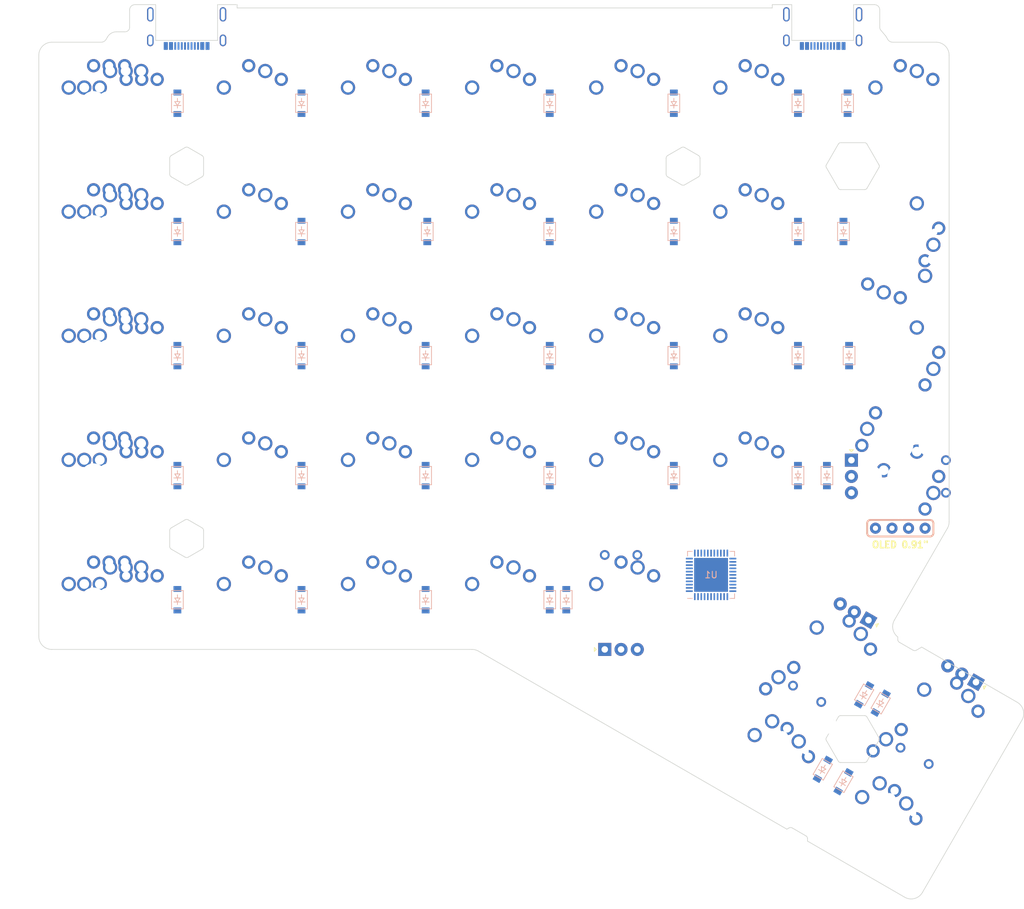
<source format=kicad_pcb>
(kicad_pcb (version 20171130) (host pcbnew 5.1.9-73d0e3b20d~88~ubuntu16.04.1)
  (layers (0 F.Cu signal) (31 B.Cu signal) (34 B.Paste user) (35 F.Paste user) (36 B.SilkS user) (37 F.SilkS user) (38 B.Mask user) (39 F.Mask user) (44 Edge.Cuts user))
  (net 0 "")
  (net 1 "Net-(D1-Pad2)")
  (net 2 "Net-(D1-Pad1)")
  (net 3 "Net-(D2-Pad2)")
  (net 4 "Net-(D2-Pad1)")
  (net 5 "Net-(D3-Pad2)")
  (net 6 "Net-(D3-Pad1)")
  (net 7 "Net-(D4-Pad2)")
  (net 8 "Net-(D4-Pad1)")
  (net 9 "Net-(D5-Pad2)")
  (net 10 "Net-(D5-Pad1)")
  (net 11 "Net-(D6-Pad2)")
  (net 12 "Net-(D6-Pad1)")
  (net 13 "Net-(D7-Pad2)")
  (net 14 "Net-(D7-Pad1)")
  (net 15 "Net-(D8-Pad2)")
  (net 16 "Net-(D8-Pad1)")
  (net 17 "Net-(SW1-Pad1)")
  (net 18 "Net-(SW2-Pad1)")
  (net 19 "Net-(SW3-Pad1)")
  (net 20 "Net-(SW4-Pad1)")
  (net 21 "Net-(SW5-Pad1)")
  (net 22 "Net-(SW6-Pad1)")
  (net 23 "Net-(SW7-Pad1)")
  (net 24 "Net-(SW8-Pad1)")
  (net 25 "Net-(D9-Pad2)")
  (net 26 "Net-(D9-Pad1)")
  (net 27 "Net-(D10-Pad2)")
  (net 28 "Net-(D10-Pad1)")
  (net 29 "Net-(D11-Pad2)")
  (net 30 "Net-(D11-Pad1)")
  (net 31 "Net-(D12-Pad2)")
  (net 32 "Net-(D12-Pad1)")
  (net 33 "Net-(D13-Pad2)")
  (net 34 "Net-(D13-Pad1)")
  (net 35 "Net-(D14-Pad2)")
  (net 36 "Net-(D14-Pad1)")
  (net 37 "Net-(D15-Pad2)")
  (net 38 "Net-(D15-Pad1)")
  (net 39 "Net-(D16-Pad2)")
  (net 40 "Net-(D16-Pad1)")
  (net 41 "Net-(D17-Pad2)")
  (net 42 "Net-(D17-Pad1)")
  (net 43 "Net-(D18-Pad2)")
  (net 44 "Net-(D18-Pad1)")
  (net 45 "Net-(D19-Pad2)")
  (net 46 "Net-(D19-Pad1)")
  (net 47 "Net-(D20-Pad2)")
  (net 48 "Net-(D20-Pad1)")
  (net 49 "Net-(D21-Pad2)")
  (net 50 "Net-(D21-Pad1)")
  (net 51 "Net-(D22-Pad2)")
  (net 52 "Net-(D22-Pad1)")
  (net 53 "Net-(D23-Pad2)")
  (net 54 "Net-(D23-Pad1)")
  (net 55 "Net-(D24-Pad2)")
  (net 56 "Net-(D24-Pad1)")
  (net 57 "Net-(D25-Pad2)")
  (net 58 "Net-(D25-Pad1)")
  (net 59 "Net-(D26-Pad2)")
  (net 60 "Net-(D26-Pad1)")
  (net 61 "Net-(D27-Pad2)")
  (net 62 "Net-(D27-Pad1)")
  (net 63 "Net-(D28-Pad2)")
  (net 64 "Net-(D28-Pad1)")
  (net 65 "Net-(D29-Pad2)")
  (net 66 "Net-(D29-Pad1)")
  (net 67 "Net-(D30-Pad2)")
  (net 68 "Net-(D30-Pad1)")
  (net 69 "Net-(D31-Pad2)")
  (net 70 "Net-(D31-Pad1)")
  (net 71 "Net-(D32-Pad2)")
  (net 72 "Net-(D32-Pad1)")
  (net 73 "Net-(D33-Pad2)")
  (net 74 "Net-(D33-Pad1)")
  (net 75 "Net-(D34-Pad2)")
  (net 76 "Net-(D34-Pad1)")
  (net 77 "Net-(D35-Pad2)")
  (net 78 "Net-(D35-Pad1)")
  (net 79 "Net-(SW9-Pad1)")
  (net 80 "Net-(SW10-Pad1)")
  (net 81 "Net-(SW11-Pad1)")
  (net 82 "Net-(SW12-Pad1)")
  (net 83 "Net-(SW13-Pad1)")
  (net 84 "Net-(SW14-Pad1)")
  (net 85 "Net-(SW15-Pad1)")
  (net 86 "Net-(SW16-Pad1)")
  (net 87 "Net-(SW17-Pad1)")
  (net 88 "Net-(SW18-Pad1)")
  (net 89 "Net-(SW19-Pad1)")
  (net 90 "Net-(SW20-Pad1)")
  (net 91 "Net-(SW21-Pad1)")
  (net 92 "Net-(SW22-Pad1)")
  (net 93 "Net-(SW23-Pad1)")
  (net 94 "Net-(SW24-Pad1)")
  (net 95 "Net-(SW25-Pad1)")
  (net 96 "Net-(SW26-Pad1)")
  (net 97 "Net-(SW27-Pad1)")
  (net 98 "Net-(SW28-Pad1)")
  (net 99 "Net-(SW29-Pad1)")
  (net 100 "Net-(SW30-Pad1)")
  (net 101 "Net-(SW31-Pad1)")
  (net 102 "Net-(SW32-Pad1)")
  (net 103 "Net-(SW33-Pad1)")
  (net 104 "Net-(SW34-Pad1)")
  (net 105 "Net-(SW35-Pad1)")
  (net 106 "Net-(D36-Pad2)")
  (net 107 "Net-(D36-Pad1)")
  (net 108 "Net-(D37-Pad2)")
  (net 109 "Net-(D37-Pad1)")
  (net 110 "Net-(SW36-Pad1)")
  (net 111 "Net-(SW37-Pad1)")
  (net 112 "Net-(SW38-Pad1)")
  (net 113 "Net-(SW38-Pad2)")
  (net 114 "Net-(SW39-Pad1)")
  (net 115 "Net-(SW39-Pad2)")
  (net 116 "Net-(U1-Pad15)")
  (net 117 "Net-(U1-Pad24)")
  (net 118 "Net-(U1-Pad42)")
  (net 119 "Net-(U1-Pad41)")
  (net 120 "Net-(U1-Pad40)")
  (net 121 "Net-(U1-Pad39)")
  (net 122 "Net-(U1-Pad38)")
  (net 123 "Net-(U1-Pad37)")
  (net 124 "Net-(U1-Pad36)")
  (net 125 "Net-(U1-Pad14)")
  (net 126 "Net-(U1-Pad33)")
  (net 127 "Net-(U1-Pad32)")
  (net 128 "Net-(U1-Pad31)")
  (net 129 "Net-(U1-Pad30)")
  (net 130 "Net-(U1-Pad29)")
  (net 131 "Net-(U1-Pad28)")
  (net 132 "Net-(U1-Pad27)")
  (net 133 "Net-(U1-Pad26)")
  (net 134 "Net-(U1-Pad25)")
  (net 135 "Net-(U1-Pad22)")
  (net 136 "Net-(U1-Pad21)")
  (net 137 "Net-(U1-Pad20)")
  (net 138 "Net-(U1-Pad19)")
  (net 139 "Net-(U1-Pad18)")
  (net 140 "Net-(U1-Pad17)")
  (net 141 "Net-(U1-Pad16)")
  (net 142 "Net-(U1-Pad13)")
  (net 143 "Net-(U1-Pad12)")
  (net 144 "Net-(U1-Pad11)")
  (net 145 "Net-(U1-Pad10)")
  (net 146 "Net-(U1-Pad9)")
  (net 147 "Net-(U1-Pad8)")
  (net 148 "Net-(U1-Pad7)")
  (net 149 "Net-(U1-Pad6)")
  (net 150 "Net-(U1-Pad5)")
  (net 151 "Net-(U1-Pad4)")
  (net 152 "Net-(U1-Pad3)")
  (net 153 "Net-(U1-Pad2)")
  (net 154 "Net-(U1-Pad1)")
  (net 155 "Net-(SW40-Pad1)")
  (net 156 "Net-(SW41-Pad1)")
  (net 157 "Net-(SW42-PadC)")
  (net 158 "Net-(SW42-PadB)")
  (net 159 "Net-(SW42-PadS2)")
  (net 160 "Net-(SW42-PadS1)")
  (net 161 "Net-(SW42-PadA)")
  (net 162 "Net-(SW43-PadC)")
  (net 163 "Net-(SW43-PadB)")
  (net 164 "Net-(SW43-PadS2)")
  (net 165 "Net-(SW43-PadS1)")
  (net 166 "Net-(SW43-PadA)")
  (net 167 "Net-(SW44-PadC)")
  (net 168 "Net-(SW44-PadB)")
  (net 169 "Net-(SW44-PadS2)")
  (net 170 "Net-(SW44-PadS1)")
  (net 171 "Net-(SW44-PadA)")
  (net 172 "Net-(SW45-PadC)")
  (net 173 "Net-(SW45-PadB)")
  (net 174 "Net-(SW45-PadS2)")
  (net 175 "Net-(SW45-PadS1)")
  (net 176 "Net-(SW45-PadA)")
  (net 177 "Net-(J1-PadA4)")
  (net 178 "Net-(J1-PadS1)")
  (net 179 "Net-(J1-PadA6)")
  (net 180 "Net-(J1-PadA7)")
  (net 181 "Net-(J1-PadA1)")
  (net 182 "Net-(J1-PadA5)")
  (net 183 "Net-(J1-PadB6)")
  (net 184 "Net-(J1-PadB7)")
  (net 185 "Net-(J1-PadA8)")
  (net 186 "Net-(J1-PadB5)")
  (net 187 "Net-(J1-PadB8)")
  (net 188 "Net-(J2-PadA4)")
  (net 189 "Net-(J2-PadS1)")
  (net 190 "Net-(J2-PadA6)")
  (net 191 "Net-(J2-PadA7)")
  (net 192 "Net-(J2-PadA1)")
  (net 193 "Net-(J2-PadA5)")
  (net 194 "Net-(J2-PadB6)")
  (net 195 "Net-(J2-PadB7)")
  (net 196 "Net-(J2-PadA8)")
  (net 197 "Net-(J2-PadB5)")
  (net 198 "Net-(J2-PadB8)")
  (net 199 "Net-(J3-Pad3)")
  (net 200 "Net-(J3-Pad1)")
  (net 201 "Net-(J3-Pad2)")
  (net 202 "Net-(J3-Pad4)")
  (net 203 "Net-(SW41-Pad2)")
  (net 204 "Net-(SW40-Pad2)")
  (module fruitkt:Diode (layer B.Cu) (at 154.94 143.51 60)
    (fp_text reference D37)
    (fp_text value " ")
    (pad 2 smd rect (at 1.65 0 60) (size 0.9 1.2) (layers B.Cu B.Paste B.Mask) (net 108 "Net-(D37-Pad2)"))
    (pad 1 smd rect (at -1.65 0 60) (size 0.9 1.2) (layers B.Cu B.Paste B.Mask) (net 109 "Net-(D37-Pad1)"))
  )
  (module fruitkt:Diode (layer B.Cu) (at 151.765 141.605 60)
    (fp_text reference D36)
    (fp_text value " ")
    (pad 2 smd rect (at 1.65 0 60) (size 0.9 1.2) (layers B.Cu B.Paste B.Mask) (net 106 "Net-(D36-Pad2)"))
    (pad 1 smd rect (at -1.65 0 60) (size 0.9 1.2) (layers B.Cu B.Paste B.Mask) (net 107 "Net-(D36-Pad1)"))
  )
  (module fruitkt:Diode (layer B.Cu) (at 160.655 131.445 60)
    (fp_text reference D35)
    (fp_text value " ")
    (pad 2 smd rect (at 1.65 0 60) (size 0.9 1.2) (layers B.Cu B.Paste B.Mask) (net 77 "Net-(D35-Pad2)"))
    (pad 1 smd rect (at -1.65 0 60) (size 0.9 1.2) (layers B.Cu B.Paste B.Mask) (net 78 "Net-(D35-Pad1)"))
  )
  (module fruitkt:Diode (layer B.Cu) (at 158.115 130.175 60)
    (fp_text reference D34)
    (fp_text value " ")
    (pad 2 smd rect (at 1.65 0 60) (size 0.9 1.2) (layers B.Cu B.Paste B.Mask) (net 75 "Net-(D34-Pad2)"))
    (pad 1 smd rect (at -1.65 0 60) (size 0.9 1.2) (layers B.Cu B.Paste B.Mask) (net 76 "Net-(D34-Pad1)"))
  )
  (module fruitkt:Diode (layer B.Cu) (at 112.395 115.57 90)
    (fp_text reference D33)
    (fp_text value " ")
    (pad 2 smd rect (at 1.65 0 90) (size 0.9 1.2) (layers B.Cu B.Paste B.Mask) (net 73 "Net-(D33-Pad2)"))
    (pad 1 smd rect (at -1.65 0 90) (size 0.9 1.2) (layers B.Cu B.Paste B.Mask) (net 74 "Net-(D33-Pad1)"))
  )
  (module fruitkt:Diode (layer B.Cu) (at 109.855 115.57 90)
    (fp_text reference D32)
    (fp_text value " ")
    (pad 2 smd rect (at 1.65 0 90) (size 0.9 1.2) (layers B.Cu B.Paste B.Mask) (net 71 "Net-(D32-Pad2)"))
    (pad 1 smd rect (at -1.65 0 90) (size 0.9 1.2) (layers B.Cu B.Paste B.Mask) (net 72 "Net-(D32-Pad1)"))
  )
  (module fruitkt:Diode (layer B.Cu) (at 90.805 115.57 90)
    (fp_text reference D31)
    (fp_text value " ")
    (pad 2 smd rect (at 1.65 0 90) (size 0.9 1.2) (layers B.Cu B.Paste B.Mask) (net 69 "Net-(D31-Pad2)"))
    (pad 1 smd rect (at -1.65 0 90) (size 0.9 1.2) (layers B.Cu B.Paste B.Mask) (net 70 "Net-(D31-Pad1)"))
  )
  (module fruitkt:Diode (layer B.Cu) (at 71.755 115.57 90)
    (fp_text reference D30)
    (fp_text value " ")
    (pad 2 smd rect (at 1.65 0 90) (size 0.9 1.2) (layers B.Cu B.Paste B.Mask) (net 67 "Net-(D30-Pad2)"))
    (pad 1 smd rect (at -1.65 0 90) (size 0.9 1.2) (layers B.Cu B.Paste B.Mask) (net 68 "Net-(D30-Pad1)"))
  )
  (module fruitkt:Diode (layer B.Cu) (at 52.705 115.57 90)
    (fp_text reference D29)
    (fp_text value " ")
    (pad 2 smd rect (at 1.65 0 90) (size 0.9 1.2) (layers B.Cu B.Paste B.Mask) (net 65 "Net-(D29-Pad2)"))
    (pad 1 smd rect (at -1.65 0 90) (size 0.9 1.2) (layers B.Cu B.Paste B.Mask) (net 66 "Net-(D29-Pad1)"))
  )
  (module fruitkt:Diode (layer B.Cu) (at 152.4 96.52 90)
    (fp_text reference D28)
    (fp_text value " ")
    (pad 2 smd rect (at 1.65 0 90) (size 0.9 1.2) (layers B.Cu B.Paste B.Mask) (net 63 "Net-(D28-Pad2)"))
    (pad 1 smd rect (at -1.65 0 90) (size 0.9 1.2) (layers B.Cu B.Paste B.Mask) (net 64 "Net-(D28-Pad1)"))
  )
  (module fruitkt:Diode (layer B.Cu) (at 147.955 96.52 90)
    (fp_text reference D27)
    (fp_text value " ")
    (pad 2 smd rect (at 1.65 0 90) (size 0.9 1.2) (layers B.Cu B.Paste B.Mask) (net 61 "Net-(D27-Pad2)"))
    (pad 1 smd rect (at -1.65 0 90) (size 0.9 1.2) (layers B.Cu B.Paste B.Mask) (net 62 "Net-(D27-Pad1)"))
  )
  (module fruitkt:Diode (layer B.Cu) (at 128.905 96.52 90)
    (fp_text reference D26)
    (fp_text value " ")
    (pad 2 smd rect (at 1.65 0 90) (size 0.9 1.2) (layers B.Cu B.Paste B.Mask) (net 59 "Net-(D26-Pad2)"))
    (pad 1 smd rect (at -1.65 0 90) (size 0.9 1.2) (layers B.Cu B.Paste B.Mask) (net 60 "Net-(D26-Pad1)"))
  )
  (module fruitkt:Diode (layer B.Cu) (at 109.855 96.52 90)
    (fp_text reference D25)
    (fp_text value " ")
    (pad 2 smd rect (at 1.65 0 90) (size 0.9 1.2) (layers B.Cu B.Paste B.Mask) (net 57 "Net-(D25-Pad2)"))
    (pad 1 smd rect (at -1.65 0 90) (size 0.9 1.2) (layers B.Cu B.Paste B.Mask) (net 58 "Net-(D25-Pad1)"))
  )
  (module fruitkt:Diode (layer B.Cu) (at 90.805 96.52 90)
    (fp_text reference D24)
    (fp_text value " ")
    (pad 2 smd rect (at 1.65 0 90) (size 0.9 1.2) (layers B.Cu B.Paste B.Mask) (net 55 "Net-(D24-Pad2)"))
    (pad 1 smd rect (at -1.65 0 90) (size 0.9 1.2) (layers B.Cu B.Paste B.Mask) (net 56 "Net-(D24-Pad1)"))
  )
  (module fruitkt:Diode (layer B.Cu) (at 71.755 96.52 90)
    (fp_text reference D23)
    (fp_text value " ")
    (pad 2 smd rect (at 1.65 0 90) (size 0.9 1.2) (layers B.Cu B.Paste B.Mask) (net 53 "Net-(D23-Pad2)"))
    (pad 1 smd rect (at -1.65 0 90) (size 0.9 1.2) (layers B.Cu B.Paste B.Mask) (net 54 "Net-(D23-Pad1)"))
  )
  (module fruitkt:Diode (layer B.Cu) (at 52.705 96.52 90)
    (fp_text reference D22)
    (fp_text value " ")
    (pad 2 smd rect (at 1.65 0 90) (size 0.9 1.2) (layers B.Cu B.Paste B.Mask) (net 51 "Net-(D22-Pad2)"))
    (pad 1 smd rect (at -1.65 0 90) (size 0.9 1.2) (layers B.Cu B.Paste B.Mask) (net 52 "Net-(D22-Pad1)"))
  )
  (module fruitkt:Diode (layer B.Cu) (at 155.8036 78.105 90)
    (fp_text reference D21)
    (fp_text value " ")
    (pad 2 smd rect (at 1.65 0 90) (size 0.9 1.2) (layers B.Cu B.Paste B.Mask) (net 49 "Net-(D21-Pad2)"))
    (pad 1 smd rect (at -1.65 0 90) (size 0.9 1.2) (layers B.Cu B.Paste B.Mask) (net 50 "Net-(D21-Pad1)"))
  )
  (module fruitkt:Diode (layer B.Cu) (at 147.955 78.105 90)
    (fp_text reference D20)
    (fp_text value " ")
    (pad 2 smd rect (at 1.65 0 90) (size 0.9 1.2) (layers B.Cu B.Paste B.Mask) (net 47 "Net-(D20-Pad2)"))
    (pad 1 smd rect (at -1.65 0 90) (size 0.9 1.2) (layers B.Cu B.Paste B.Mask) (net 48 "Net-(D20-Pad1)"))
  )
  (module fruitkt:Diode (layer B.Cu) (at 128.905 78.105 90)
    (fp_text reference D19)
    (fp_text value " ")
    (pad 2 smd rect (at 1.65 0 90) (size 0.9 1.2) (layers B.Cu B.Paste B.Mask) (net 45 "Net-(D19-Pad2)"))
    (pad 1 smd rect (at -1.65 0 90) (size 0.9 1.2) (layers B.Cu B.Paste B.Mask) (net 46 "Net-(D19-Pad1)"))
  )
  (module fruitkt:Diode (layer B.Cu) (at 109.855 78.105 90)
    (fp_text reference D18)
    (fp_text value " ")
    (pad 2 smd rect (at 1.65 0 90) (size 0.9 1.2) (layers B.Cu B.Paste B.Mask) (net 43 "Net-(D18-Pad2)"))
    (pad 1 smd rect (at -1.65 0 90) (size 0.9 1.2) (layers B.Cu B.Paste B.Mask) (net 44 "Net-(D18-Pad1)"))
  )
  (module fruitkt:Diode (layer B.Cu) (at 90.805 78.105 90)
    (fp_text reference D17)
    (fp_text value " ")
    (pad 2 smd rect (at 1.65 0 90) (size 0.9 1.2) (layers B.Cu B.Paste B.Mask) (net 41 "Net-(D17-Pad2)"))
    (pad 1 smd rect (at -1.65 0 90) (size 0.9 1.2) (layers B.Cu B.Paste B.Mask) (net 42 "Net-(D17-Pad1)"))
  )
  (module fruitkt:Diode (layer B.Cu) (at 71.755 78.105 90)
    (fp_text reference D16)
    (fp_text value " ")
    (pad 2 smd rect (at 1.65 0 90) (size 0.9 1.2) (layers B.Cu B.Paste B.Mask) (net 39 "Net-(D16-Pad2)"))
    (pad 1 smd rect (at -1.65 0 90) (size 0.9 1.2) (layers B.Cu B.Paste B.Mask) (net 40 "Net-(D16-Pad1)"))
  )
  (module fruitkt:Diode (layer B.Cu) (at 52.705 78.105 90)
    (fp_text reference D15)
    (fp_text value " ")
    (pad 2 smd rect (at 1.65 0 90) (size 0.9 1.2) (layers B.Cu B.Paste B.Mask) (net 37 "Net-(D15-Pad2)"))
    (pad 1 smd rect (at -1.65 0 90) (size 0.9 1.2) (layers B.Cu B.Paste B.Mask) (net 38 "Net-(D15-Pad1)"))
  )
  (module fruitkt:Diode (layer B.Cu) (at 154.94 59.055 90)
    (fp_text reference D14)
    (fp_text value " ")
    (pad 2 smd rect (at 1.65 0 90) (size 0.9 1.2) (layers B.Cu B.Paste B.Mask) (net 35 "Net-(D14-Pad2)"))
    (pad 1 smd rect (at -1.65 0 90) (size 0.9 1.2) (layers B.Cu B.Paste B.Mask) (net 36 "Net-(D14-Pad1)"))
  )
  (module fruitkt:Diode (layer B.Cu) (at 147.955 59.055 90)
    (fp_text reference D13)
    (fp_text value " ")
    (pad 2 smd rect (at 1.65 0 90) (size 0.9 1.2) (layers B.Cu B.Paste B.Mask) (net 33 "Net-(D13-Pad2)"))
    (pad 1 smd rect (at -1.65 0 90) (size 0.9 1.2) (layers B.Cu B.Paste B.Mask) (net 34 "Net-(D13-Pad1)"))
  )
  (module fruitkt:Diode (layer B.Cu) (at 128.905 59.055 90)
    (fp_text reference D12)
    (fp_text value " ")
    (pad 2 smd rect (at 1.65 0 90) (size 0.9 1.2) (layers B.Cu B.Paste B.Mask) (net 31 "Net-(D12-Pad2)"))
    (pad 1 smd rect (at -1.65 0 90) (size 0.9 1.2) (layers B.Cu B.Paste B.Mask) (net 32 "Net-(D12-Pad1)"))
  )
  (module fruitkt:Diode (layer B.Cu) (at 109.855 59.055 90)
    (fp_text reference D11)
    (fp_text value " ")
    (pad 2 smd rect (at 1.65 0 90) (size 0.9 1.2) (layers B.Cu B.Paste B.Mask) (net 29 "Net-(D11-Pad2)"))
    (pad 1 smd rect (at -1.65 0 90) (size 0.9 1.2) (layers B.Cu B.Paste B.Mask) (net 30 "Net-(D11-Pad1)"))
  )
  (module fruitkt:Diode (layer B.Cu) (at 91.059 59.055 90)
    (fp_text reference D10)
    (fp_text value " ")
    (pad 2 smd rect (at 1.65 0 90) (size 0.9 1.2) (layers B.Cu B.Paste B.Mask) (net 27 "Net-(D10-Pad2)"))
    (pad 1 smd rect (at -1.65 0 90) (size 0.9 1.2) (layers B.Cu B.Paste B.Mask) (net 28 "Net-(D10-Pad1)"))
  )
  (module fruitkt:Diode (layer B.Cu) (at 71.755 59.055 90)
    (fp_text reference D9)
    (fp_text value " ")
    (pad 2 smd rect (at 1.65 0 90) (size 0.9 1.2) (layers B.Cu B.Paste B.Mask) (net 25 "Net-(D9-Pad2)"))
    (pad 1 smd rect (at -1.65 0 90) (size 0.9 1.2) (layers B.Cu B.Paste B.Mask) (net 26 "Net-(D9-Pad1)"))
  )
  (module fruitkt:Diode (layer B.Cu) (at 52.705 59.055 90)
    (fp_text reference D8)
    (fp_text value " ")
    (pad 2 smd rect (at 1.65 0 90) (size 0.9 1.2) (layers B.Cu B.Paste B.Mask) (net 15 "Net-(D8-Pad2)"))
    (pad 1 smd rect (at -1.65 0 90) (size 0.9 1.2) (layers B.Cu B.Paste B.Mask) (net 16 "Net-(D8-Pad1)"))
  )
  (module fruitkt:Diode (layer B.Cu) (at 155.575 39.37 90)
    (fp_text reference D7)
    (fp_text value " ")
    (pad 2 smd rect (at 1.65 0 90) (size 0.9 1.2) (layers B.Cu B.Paste B.Mask) (net 13 "Net-(D7-Pad2)"))
    (pad 1 smd rect (at -1.65 0 90) (size 0.9 1.2) (layers B.Cu B.Paste B.Mask) (net 14 "Net-(D7-Pad1)"))
  )
  (module fruitkt:Diode (layer B.Cu) (at 147.955 39.37 90)
    (fp_text reference D6)
    (fp_text value " ")
    (pad 2 smd rect (at 1.65 0 90) (size 0.9 1.2) (layers B.Cu B.Paste B.Mask) (net 11 "Net-(D6-Pad2)"))
    (pad 1 smd rect (at -1.65 0 90) (size 0.9 1.2) (layers B.Cu B.Paste B.Mask) (net 12 "Net-(D6-Pad1)"))
  )
  (module fruitkt:Diode (layer B.Cu) (at 128.905 39.37 90)
    (fp_text reference D5)
    (fp_text value " ")
    (pad 2 smd rect (at 1.65 0 90) (size 0.9 1.2) (layers B.Cu B.Paste B.Mask) (net 9 "Net-(D5-Pad2)"))
    (pad 1 smd rect (at -1.65 0 90) (size 0.9 1.2) (layers B.Cu B.Paste B.Mask) (net 10 "Net-(D5-Pad1)"))
  )
  (module fruitkt:Diode (layer B.Cu) (at 109.855 39.37 90)
    (fp_text reference D4)
    (fp_text value " ")
    (pad 2 smd rect (at 1.65 0 90) (size 0.9 1.2) (layers B.Cu B.Paste B.Mask) (net 7 "Net-(D4-Pad2)"))
    (pad 1 smd rect (at -1.65 0 90) (size 0.9 1.2) (layers B.Cu B.Paste B.Mask) (net 8 "Net-(D4-Pad1)"))
  )
  (module fruitkt:Diode (layer B.Cu) (at 90.805 39.37 90)
    (fp_text reference D3)
    (fp_text value " ")
    (pad 2 smd rect (at 1.65 0 90) (size 0.9 1.2) (layers B.Cu B.Paste B.Mask) (net 5 "Net-(D3-Pad2)"))
    (pad 1 smd rect (at -1.65 0 90) (size 0.9 1.2) (layers B.Cu B.Paste B.Mask) (net 6 "Net-(D3-Pad1)"))
  )
  (module fruitkt:Diode (layer B.Cu) (at 71.755 39.37 90)
    (fp_text reference D2)
    (fp_text value " ")
    (pad 2 smd rect (at 1.65 0 90) (size 0.9 1.2) (layers B.Cu B.Paste B.Mask) (net 3 "Net-(D2-Pad2)"))
    (pad 1 smd rect (at -1.65 0 90) (size 0.9 1.2) (layers B.Cu B.Paste B.Mask) (net 4 "Net-(D2-Pad1)"))
  )
  (module fruitkt:Diode (layer B.Cu) (at 52.705 39.37 90)
    (fp_text reference D1)
    (fp_text value " ")
    (pad 2 smd rect (at 1.65 0 90) (size 0.9 1.2) (layers B.Cu B.Paste B.Mask) (net 1 "Net-(D1-Pad2)"))
    (pad 1 smd rect (at -1.65 0 90) (size 0.9 1.2) (layers B.Cu B.Paste B.Mask) (net 2 "Net-(D1-Pad1)"))
  )
  (module fruitkt:OLED-0.91 (layer F.Cu) (at 163.661252 104.5972 90)
    (fp_text reference J3)
    (fp_text value OLED)
    (fp_text user "OLED 0.91\"" (at -2.54 0) (layer F.SilkS) (effects (font (thickness 0.25))))
    (pad 3 thru_hole oval (at 0 1.27 90) (size 1.7 1.7) (drill 0.8) (layers *.Cu *.Mask) (net 199 "Net-(J3-Pad3)"))
    (pad 1 thru_hole oval (at 0 -3.81 90) (size 1.7 1.7) (drill 0.8) (layers *.Cu *.Mask) (net 200 "Net-(J3-Pad1)"))
    (pad 2 thru_hole oval (at 0 -1.27 90) (size 1.7 1.7) (drill 0.8) (layers *.Cu *.Mask) (net 201 "Net-(J3-Pad2)"))
    (pad 4 thru_hole oval (at 0 3.81 90) (size 1.7 1.7) (drill 0.8) (layers *.Cu *.Mask) (net 202 "Net-(J3-Pad4)"))
  )
  (module Sol:MX-1U-NoLED (layer F.Cu) (at 163.661252 63.315 180)
    (fp_text reference SW41)
    (fp_text value " ")
    (pad "" np_thru_hole circle (at 0 4.572 180) (size 3.5 3.5) (drill 3.5) (layers *.Cu *.Mask))
    (pad 1 thru_hole circle (at 2.54 -5.08 180) (size 2.2 2.2) (drill 1.5) (layers *.Cu *.Mask) (net 156 "Net-(SW41-Pad1)"))
    (pad 2 thru_hole circle (at -3.81 -2.54 180) (size 2.2 2.2) (drill 1.5) (layers *.Cu *.Mask) (net 203 "Net-(SW41-Pad2)"))
    (pad "" np_thru_hole circle (at -5.5 0 180) (size 1.7018 1.7018) (drill 1.7018) (layers *.Cu *.Mask))
    (pad "" np_thru_hole circle (at 5.5 0 180) (size 1.7018 1.7018) (drill 1.7018) (layers *.Cu *.Mask))
    (pad "" np_thru_hole circle (at -5.22 4.2) (size 0.9906 0.9906) (drill 0.9906) (layers *.Cu *.Mask))
    (pad 1 thru_hole circle (at 0 -5.9) (size 2.032 2.032) (drill 1.27) (layers *.Cu *.Mask) (net 156 "Net-(SW41-Pad1)"))
    (pad 2 thru_hole circle (at 5 -3.8) (size 2.032 2.032) (drill 1.27) (layers *.Cu *.Mask) (net 203 "Net-(SW41-Pad2)"))
    (pad "" np_thru_hole circle (at 5.08 0 228.0996) (size 1.75 1.75) (drill 1.75) (layers *.Cu *.Mask))
    (pad "" np_thru_hole circle (at -5.08 0 228.0996) (size 1.75 1.75) (drill 1.75) (layers *.Cu *.Mask))
    (pad "" np_thru_hole circle (at 0 0 180) (size 3.9878 3.9878) (drill 3.9878) (layers *.Cu *.Mask))
  )
  (module Sol:MX-1U-NoLED (layer F.Cu) (at 163.661252 91.89 90)
    (fp_text reference SW40)
    (fp_text value " ")
    (pad "" np_thru_hole circle (at 0 4.572 90) (size 3.5 3.5) (drill 3.5) (layers *.Cu *.Mask))
    (pad 1 thru_hole circle (at 2.54 -5.08 90) (size 2.2 2.2) (drill 1.5) (layers *.Cu *.Mask) (net 155 "Net-(SW40-Pad1)"))
    (pad 2 thru_hole circle (at -3.81 -2.54 90) (size 2.2 2.2) (drill 1.5) (layers *.Cu *.Mask) (net 204 "Net-(SW40-Pad2)"))
    (pad "" np_thru_hole circle (at -5.5 0 90) (size 1.7018 1.7018) (drill 1.7018) (layers *.Cu *.Mask))
    (pad "" np_thru_hole circle (at 5.5 0 90) (size 1.7018 1.7018) (drill 1.7018) (layers *.Cu *.Mask))
    (pad "" np_thru_hole circle (at -5.22 4.2 270) (size 0.9906 0.9906) (drill 0.9906) (layers *.Cu *.Mask))
    (pad 1 thru_hole circle (at 0 -5.9 270) (size 2.032 2.032) (drill 1.27) (layers *.Cu *.Mask) (net 155 "Net-(SW40-Pad1)"))
    (pad 2 thru_hole circle (at 5 -3.8 270) (size 2.032 2.032) (drill 1.27) (layers *.Cu *.Mask) (net 204 "Net-(SW40-Pad2)"))
    (pad "" np_thru_hole circle (at 5.08 0 138.0996) (size 1.75 1.75) (drill 1.75) (layers *.Cu *.Mask))
    (pad "" np_thru_hole circle (at -5.08 0 138.0996) (size 1.75 1.75) (drill 1.75) (layers *.Cu *.Mask))
    (pad "" np_thru_hole circle (at 0 0 90) (size 3.9878 3.9878) (drill 3.9878) (layers *.Cu *.Mask))
  )
  (module Sol:MX-1U-NoLED (layer F.Cu) (at 159.836536 149.976246 330)
    (fp_text reference SW39)
    (fp_text value " ")
    (pad "" np_thru_hole circle (at 0 4.572 330) (size 3.5 3.5) (drill 3.5) (layers *.Cu *.Mask))
    (pad 1 thru_hole circle (at 2.54 -5.08 330) (size 2.2 2.2) (drill 1.5) (layers *.Cu *.Mask) (net 114 "Net-(SW39-Pad1)"))
    (pad 2 thru_hole circle (at -3.81 -2.54 330) (size 2.2 2.2) (drill 1.5) (layers *.Cu *.Mask) (net 115 "Net-(SW39-Pad2)"))
    (pad "" np_thru_hole circle (at -5.5 0 330) (size 1.7018 1.7018) (drill 1.7018) (layers *.Cu *.Mask))
    (pad "" np_thru_hole circle (at 5.5 0 330) (size 1.7018 1.7018) (drill 1.7018) (layers *.Cu *.Mask))
    (pad "" np_thru_hole circle (at -5.22 4.2 150) (size 0.9906 0.9906) (drill 0.9906) (layers *.Cu *.Mask))
    (pad 1 thru_hole circle (at 0 -5.9 150) (size 2.032 2.032) (drill 1.27) (layers *.Cu *.Mask) (net 114 "Net-(SW39-Pad1)"))
    (pad 2 thru_hole circle (at 5 -3.8 150) (size 2.032 2.032) (drill 1.27) (layers *.Cu *.Mask) (net 115 "Net-(SW39-Pad2)"))
    (pad "" np_thru_hole circle (at 5.08 0 18.0996) (size 1.75 1.75) (drill 1.75) (layers *.Cu *.Mask))
    (pad "" np_thru_hole circle (at -5.08 0 18.0996) (size 1.75 1.75) (drill 1.75) (layers *.Cu *.Mask))
    (pad "" np_thru_hole circle (at 0 0 330) (size 3.9878 3.9878) (drill 3.9878) (layers *.Cu *.Mask))
  )
  (module Sol:MX-1U-NoLED (layer F.Cu) (at 143.338752 140.451247 330)
    (fp_text reference SW38)
    (fp_text value " ")
    (pad "" np_thru_hole circle (at 0 4.572 330) (size 3.5 3.5) (drill 3.5) (layers *.Cu *.Mask))
    (pad 1 thru_hole circle (at 2.54 -5.08 330) (size 2.2 2.2) (drill 1.5) (layers *.Cu *.Mask) (net 112 "Net-(SW38-Pad1)"))
    (pad 2 thru_hole circle (at -3.81 -2.54 330) (size 2.2 2.2) (drill 1.5) (layers *.Cu *.Mask) (net 113 "Net-(SW38-Pad2)"))
    (pad "" np_thru_hole circle (at -5.5 0 330) (size 1.7018 1.7018) (drill 1.7018) (layers *.Cu *.Mask))
    (pad "" np_thru_hole circle (at 5.5 0 330) (size 1.7018 1.7018) (drill 1.7018) (layers *.Cu *.Mask))
    (pad "" np_thru_hole circle (at -5.22 4.2 150) (size 0.9906 0.9906) (drill 0.9906) (layers *.Cu *.Mask))
    (pad 1 thru_hole circle (at 0 -5.9 150) (size 2.032 2.032) (drill 1.27) (layers *.Cu *.Mask) (net 112 "Net-(SW38-Pad1)"))
    (pad 2 thru_hole circle (at 5 -3.8 150) (size 2.032 2.032) (drill 1.27) (layers *.Cu *.Mask) (net 113 "Net-(SW38-Pad2)"))
    (pad "" np_thru_hole circle (at 5.08 0 18.0996) (size 1.75 1.75) (drill 1.75) (layers *.Cu *.Mask))
    (pad "" np_thru_hole circle (at -5.08 0 18.0996) (size 1.75 1.75) (drill 1.75) (layers *.Cu *.Mask))
    (pad "" np_thru_hole circle (at 0 0 330) (size 3.9878 3.9878) (drill 3.9878) (layers *.Cu *.Mask))
  )
  (module Sol:MX-1U-NoLED (layer F.Cu) (at 164.599036 141.727354 60)
    (fp_text reference SW37)
    (fp_text value " ")
    (pad "" np_thru_hole circle (at 0 4.572 60) (size 3.5 3.5) (drill 3.5) (layers *.Cu *.Mask))
    (pad 1 thru_hole circle (at 2.54 -5.08 60) (size 2.2 2.2) (drill 1.5) (layers *.Cu *.Mask) (net 111 "Net-(SW37-Pad1)"))
    (pad 2 thru_hole circle (at -3.81 -2.54 60) (size 2.2 2.2) (drill 1.5) (layers *.Cu *.Mask) (net 108 "Net-(D37-Pad2)"))
    (pad "" np_thru_hole circle (at -5.5 0 60) (size 1.7018 1.7018) (drill 1.7018) (layers *.Cu *.Mask))
    (pad "" np_thru_hole circle (at 5.5 0 60) (size 1.7018 1.7018) (drill 1.7018) (layers *.Cu *.Mask))
    (pad "" np_thru_hole circle (at -5.22 4.2 240) (size 0.9906 0.9906) (drill 0.9906) (layers *.Cu *.Mask))
    (pad 1 thru_hole circle (at 0 -5.9 240) (size 2.032 2.032) (drill 1.27) (layers *.Cu *.Mask) (net 111 "Net-(SW37-Pad1)"))
    (pad 2 thru_hole circle (at 5 -3.8 240) (size 2.032 2.032) (drill 1.27) (layers *.Cu *.Mask) (net 108 "Net-(D37-Pad2)"))
    (pad "" np_thru_hole circle (at 5.08 0 108.0996) (size 1.75 1.75) (drill 1.75) (layers *.Cu *.Mask))
    (pad "" np_thru_hole circle (at -5.08 0 108.0996) (size 1.75 1.75) (drill 1.75) (layers *.Cu *.Mask))
    (pad "" np_thru_hole circle (at 0 0 60) (size 3.9878 3.9878) (drill 3.9878) (layers *.Cu *.Mask))
  )
  (module Sol:MX-1U-NoLED (layer F.Cu) (at 148.101252 132.202355 60)
    (fp_text reference SW36)
    (fp_text value " ")
    (pad "" np_thru_hole circle (at 0 4.572 60) (size 3.5 3.5) (drill 3.5) (layers *.Cu *.Mask))
    (pad 1 thru_hole circle (at 2.54 -5.08 60) (size 2.2 2.2) (drill 1.5) (layers *.Cu *.Mask) (net 110 "Net-(SW36-Pad1)"))
    (pad 2 thru_hole circle (at -3.81 -2.54 60) (size 2.2 2.2) (drill 1.5) (layers *.Cu *.Mask) (net 106 "Net-(D36-Pad2)"))
    (pad "" np_thru_hole circle (at -5.5 0 60) (size 1.7018 1.7018) (drill 1.7018) (layers *.Cu *.Mask))
    (pad "" np_thru_hole circle (at 5.5 0 60) (size 1.7018 1.7018) (drill 1.7018) (layers *.Cu *.Mask))
    (pad "" np_thru_hole circle (at -5.22 4.2 240) (size 0.9906 0.9906) (drill 0.9906) (layers *.Cu *.Mask))
    (pad 1 thru_hole circle (at 0 -5.9 240) (size 2.032 2.032) (drill 1.27) (layers *.Cu *.Mask) (net 110 "Net-(SW36-Pad1)"))
    (pad 2 thru_hole circle (at 5 -3.8 240) (size 2.032 2.032) (drill 1.27) (layers *.Cu *.Mask) (net 106 "Net-(D36-Pad2)"))
    (pad "" np_thru_hole circle (at 5.08 0 108.0996) (size 1.75 1.75) (drill 1.75) (layers *.Cu *.Mask))
    (pad "" np_thru_hole circle (at -5.08 0 108.0996) (size 1.75 1.75) (drill 1.75) (layers *.Cu *.Mask))
    (pad "" np_thru_hole circle (at 0 0 60) (size 3.9878 3.9878) (drill 3.9878) (layers *.Cu *.Mask))
  )
  (module Sol:MX-1U-NoLED (layer F.Cu) (at 169.361536 133.478462 330)
    (fp_text reference SW35)
    (fp_text value " ")
    (pad "" np_thru_hole circle (at 0 4.572 330) (size 3.5 3.5) (drill 3.5) (layers *.Cu *.Mask))
    (pad 1 thru_hole circle (at 2.54 -5.08 330) (size 2.2 2.2) (drill 1.5) (layers *.Cu *.Mask) (net 105 "Net-(SW35-Pad1)"))
    (pad 2 thru_hole circle (at -3.81 -2.54 330) (size 2.2 2.2) (drill 1.5) (layers *.Cu *.Mask) (net 77 "Net-(D35-Pad2)"))
    (pad "" np_thru_hole circle (at -5.5 0 330) (size 1.7018 1.7018) (drill 1.7018) (layers *.Cu *.Mask))
    (pad "" np_thru_hole circle (at 5.5 0 330) (size 1.7018 1.7018) (drill 1.7018) (layers *.Cu *.Mask))
    (pad "" np_thru_hole circle (at -5.22 4.2 150) (size 0.9906 0.9906) (drill 0.9906) (layers *.Cu *.Mask))
    (pad 1 thru_hole circle (at 0 -5.9 150) (size 2.032 2.032) (drill 1.27) (layers *.Cu *.Mask) (net 105 "Net-(SW35-Pad1)"))
    (pad 2 thru_hole circle (at 5 -3.8 150) (size 2.032 2.032) (drill 1.27) (layers *.Cu *.Mask) (net 77 "Net-(D35-Pad2)"))
    (pad "" np_thru_hole circle (at 5.08 0 18.0996) (size 1.75 1.75) (drill 1.75) (layers *.Cu *.Mask))
    (pad "" np_thru_hole circle (at -5.08 0 18.0996) (size 1.75 1.75) (drill 1.75) (layers *.Cu *.Mask))
    (pad "" np_thru_hole circle (at 0 0 330) (size 3.9878 3.9878) (drill 3.9878) (layers *.Cu *.Mask))
  )
  (module Sol:MX-1U-NoLED (layer F.Cu) (at 152.863752 123.953463 330)
    (fp_text reference SW34)
    (fp_text value " ")
    (pad "" np_thru_hole circle (at 0 4.572 330) (size 3.5 3.5) (drill 3.5) (layers *.Cu *.Mask))
    (pad 1 thru_hole circle (at 2.54 -5.08 330) (size 2.2 2.2) (drill 1.5) (layers *.Cu *.Mask) (net 104 "Net-(SW34-Pad1)"))
    (pad 2 thru_hole circle (at -3.81 -2.54 330) (size 2.2 2.2) (drill 1.5) (layers *.Cu *.Mask) (net 75 "Net-(D34-Pad2)"))
    (pad "" np_thru_hole circle (at -5.5 0 330) (size 1.7018 1.7018) (drill 1.7018) (layers *.Cu *.Mask))
    (pad "" np_thru_hole circle (at 5.5 0 330) (size 1.7018 1.7018) (drill 1.7018) (layers *.Cu *.Mask))
    (pad "" np_thru_hole circle (at -5.22 4.2 150) (size 0.9906 0.9906) (drill 0.9906) (layers *.Cu *.Mask))
    (pad 1 thru_hole circle (at 0 -5.9 150) (size 2.032 2.032) (drill 1.27) (layers *.Cu *.Mask) (net 104 "Net-(SW34-Pad1)"))
    (pad 2 thru_hole circle (at 5 -3.8 150) (size 2.032 2.032) (drill 1.27) (layers *.Cu *.Mask) (net 75 "Net-(D34-Pad2)"))
    (pad "" np_thru_hole circle (at 5.08 0 18.0996) (size 1.75 1.75) (drill 1.75) (layers *.Cu *.Mask))
    (pad "" np_thru_hole circle (at -5.08 0 18.0996) (size 1.75 1.75) (drill 1.75) (layers *.Cu *.Mask))
    (pad "" np_thru_hole circle (at 0 0 330) (size 3.9878 3.9878) (drill 3.9878) (layers *.Cu *.Mask))
  )
  (module Sol:MX-1U-NoLED (layer F.Cu) (at 120.801253 115.702605)
    (fp_text reference SW33)
    (fp_text value " ")
    (pad "" np_thru_hole circle (at 0 4.572) (size 3.5 3.5) (drill 3.5) (layers *.Cu *.Mask))
    (pad 1 thru_hole circle (at 2.54 -5.08) (size 2.2 2.2) (drill 1.5) (layers *.Cu *.Mask) (net 103 "Net-(SW33-Pad1)"))
    (pad 2 thru_hole circle (at -3.81 -2.54) (size 2.2 2.2) (drill 1.5) (layers *.Cu *.Mask) (net 73 "Net-(D33-Pad2)"))
    (pad "" np_thru_hole circle (at -5.5 0) (size 1.7018 1.7018) (drill 1.7018) (layers *.Cu *.Mask))
    (pad "" np_thru_hole circle (at 5.5 0) (size 1.7018 1.7018) (drill 1.7018) (layers *.Cu *.Mask))
    (pad "" np_thru_hole circle (at -5.22 4.2 180) (size 0.9906 0.9906) (drill 0.9906) (layers *.Cu *.Mask))
    (pad 1 thru_hole circle (at 0 -5.9 180) (size 2.032 2.032) (drill 1.27) (layers *.Cu *.Mask) (net 103 "Net-(SW33-Pad1)"))
    (pad 2 thru_hole circle (at 5 -3.8 180) (size 2.032 2.032) (drill 1.27) (layers *.Cu *.Mask) (net 73 "Net-(D33-Pad2)"))
    (pad "" np_thru_hole circle (at 5.08 0 48.0996) (size 1.75 1.75) (drill 1.75) (layers *.Cu *.Mask))
    (pad "" np_thru_hole circle (at -5.08 0 48.0996) (size 1.75 1.75) (drill 1.75) (layers *.Cu *.Mask))
    (pad "" np_thru_hole circle (at 0 0) (size 3.9878 3.9878) (drill 3.9878) (layers *.Cu *.Mask))
  )
  (module Sol:MX-1U-NoLED (layer F.Cu) (at 101.751253 115.702605)
    (fp_text reference SW32)
    (fp_text value " ")
    (pad "" np_thru_hole circle (at 0 4.572) (size 3.5 3.5) (drill 3.5) (layers *.Cu *.Mask))
    (pad 1 thru_hole circle (at 2.54 -5.08) (size 2.2 2.2) (drill 1.5) (layers *.Cu *.Mask) (net 102 "Net-(SW32-Pad1)"))
    (pad 2 thru_hole circle (at -3.81 -2.54) (size 2.2 2.2) (drill 1.5) (layers *.Cu *.Mask) (net 71 "Net-(D32-Pad2)"))
    (pad "" np_thru_hole circle (at -5.5 0) (size 1.7018 1.7018) (drill 1.7018) (layers *.Cu *.Mask))
    (pad "" np_thru_hole circle (at 5.5 0) (size 1.7018 1.7018) (drill 1.7018) (layers *.Cu *.Mask))
    (pad "" np_thru_hole circle (at -5.22 4.2 180) (size 0.9906 0.9906) (drill 0.9906) (layers *.Cu *.Mask))
    (pad 1 thru_hole circle (at 0 -5.9 180) (size 2.032 2.032) (drill 1.27) (layers *.Cu *.Mask) (net 102 "Net-(SW32-Pad1)"))
    (pad 2 thru_hole circle (at 5 -3.8 180) (size 2.032 2.032) (drill 1.27) (layers *.Cu *.Mask) (net 71 "Net-(D32-Pad2)"))
    (pad "" np_thru_hole circle (at 5.08 0 48.0996) (size 1.75 1.75) (drill 1.75) (layers *.Cu *.Mask))
    (pad "" np_thru_hole circle (at -5.08 0 48.0996) (size 1.75 1.75) (drill 1.75) (layers *.Cu *.Mask))
    (pad "" np_thru_hole circle (at 0 0) (size 3.9878 3.9878) (drill 3.9878) (layers *.Cu *.Mask))
  )
  (module Sol:MX-1U-NoLED (layer F.Cu) (at 82.701253 115.702605)
    (fp_text reference SW31)
    (fp_text value " ")
    (pad "" np_thru_hole circle (at 0 4.572) (size 3.5 3.5) (drill 3.5) (layers *.Cu *.Mask))
    (pad 1 thru_hole circle (at 2.54 -5.08) (size 2.2 2.2) (drill 1.5) (layers *.Cu *.Mask) (net 101 "Net-(SW31-Pad1)"))
    (pad 2 thru_hole circle (at -3.81 -2.54) (size 2.2 2.2) (drill 1.5) (layers *.Cu *.Mask) (net 69 "Net-(D31-Pad2)"))
    (pad "" np_thru_hole circle (at -5.5 0) (size 1.7018 1.7018) (drill 1.7018) (layers *.Cu *.Mask))
    (pad "" np_thru_hole circle (at 5.5 0) (size 1.7018 1.7018) (drill 1.7018) (layers *.Cu *.Mask))
    (pad "" np_thru_hole circle (at -5.22 4.2 180) (size 0.9906 0.9906) (drill 0.9906) (layers *.Cu *.Mask))
    (pad 1 thru_hole circle (at 0 -5.9 180) (size 2.032 2.032) (drill 1.27) (layers *.Cu *.Mask) (net 101 "Net-(SW31-Pad1)"))
    (pad 2 thru_hole circle (at 5 -3.8 180) (size 2.032 2.032) (drill 1.27) (layers *.Cu *.Mask) (net 69 "Net-(D31-Pad2)"))
    (pad "" np_thru_hole circle (at 5.08 0 48.0996) (size 1.75 1.75) (drill 1.75) (layers *.Cu *.Mask))
    (pad "" np_thru_hole circle (at -5.08 0 48.0996) (size 1.75 1.75) (drill 1.75) (layers *.Cu *.Mask))
    (pad "" np_thru_hole circle (at 0 0) (size 3.9878 3.9878) (drill 3.9878) (layers *.Cu *.Mask))
  )
  (module Sol:MX-1U-NoLED (layer F.Cu) (at 63.651253 115.702605)
    (fp_text reference SW30)
    (fp_text value " ")
    (pad "" np_thru_hole circle (at 0 4.572) (size 3.5 3.5) (drill 3.5) (layers *.Cu *.Mask))
    (pad 1 thru_hole circle (at 2.54 -5.08) (size 2.2 2.2) (drill 1.5) (layers *.Cu *.Mask) (net 100 "Net-(SW30-Pad1)"))
    (pad 2 thru_hole circle (at -3.81 -2.54) (size 2.2 2.2) (drill 1.5) (layers *.Cu *.Mask) (net 67 "Net-(D30-Pad2)"))
    (pad "" np_thru_hole circle (at -5.5 0) (size 1.7018 1.7018) (drill 1.7018) (layers *.Cu *.Mask))
    (pad "" np_thru_hole circle (at 5.5 0) (size 1.7018 1.7018) (drill 1.7018) (layers *.Cu *.Mask))
    (pad "" np_thru_hole circle (at -5.22 4.2 180) (size 0.9906 0.9906) (drill 0.9906) (layers *.Cu *.Mask))
    (pad 1 thru_hole circle (at 0 -5.9 180) (size 2.032 2.032) (drill 1.27) (layers *.Cu *.Mask) (net 100 "Net-(SW30-Pad1)"))
    (pad 2 thru_hole circle (at 5 -3.8 180) (size 2.032 2.032) (drill 1.27) (layers *.Cu *.Mask) (net 67 "Net-(D30-Pad2)"))
    (pad "" np_thru_hole circle (at 5.08 0 48.0996) (size 1.75 1.75) (drill 1.75) (layers *.Cu *.Mask))
    (pad "" np_thru_hole circle (at -5.08 0 48.0996) (size 1.75 1.75) (drill 1.75) (layers *.Cu *.Mask))
    (pad "" np_thru_hole circle (at 0 0) (size 3.9878 3.9878) (drill 3.9878) (layers *.Cu *.Mask))
  )
  (module Sol:MX-1U-NoLED (layer F.Cu) (at 163.661252 96.652605 270)
    (fp_text reference SW28)
    (fp_text value " ")
    (pad "" np_thru_hole circle (at 0 4.572 270) (size 3.5 3.5) (drill 3.5) (layers *.Cu *.Mask))
    (pad 1 thru_hole circle (at 2.54 -5.08 270) (size 2.2 2.2) (drill 1.5) (layers *.Cu *.Mask) (net 98 "Net-(SW28-Pad1)"))
    (pad 2 thru_hole circle (at -3.81 -2.54 270) (size 2.2 2.2) (drill 1.5) (layers *.Cu *.Mask) (net 63 "Net-(D28-Pad2)"))
    (pad "" np_thru_hole circle (at -5.5 0 270) (size 1.7018 1.7018) (drill 1.7018) (layers *.Cu *.Mask))
    (pad "" np_thru_hole circle (at 5.5 0 270) (size 1.7018 1.7018) (drill 1.7018) (layers *.Cu *.Mask))
    (pad "" np_thru_hole circle (at -5.22 4.2 90) (size 0.9906 0.9906) (drill 0.9906) (layers *.Cu *.Mask))
    (pad 1 thru_hole circle (at 0 -5.9 90) (size 2.032 2.032) (drill 1.27) (layers *.Cu *.Mask) (net 98 "Net-(SW28-Pad1)"))
    (pad 2 thru_hole circle (at 5 -3.8 90) (size 2.032 2.032) (drill 1.27) (layers *.Cu *.Mask) (net 63 "Net-(D28-Pad2)"))
    (pad "" np_thru_hole circle (at 5.08 0 318.0996) (size 1.75 1.75) (drill 1.75) (layers *.Cu *.Mask))
    (pad "" np_thru_hole circle (at -5.08 0 318.0996) (size 1.75 1.75) (drill 1.75) (layers *.Cu *.Mask))
    (pad "" np_thru_hole circle (at 0 0 270) (size 3.9878 3.9878) (drill 3.9878) (layers *.Cu *.Mask))
  )
  (module Sol:MX-1U-NoLED (layer F.Cu) (at 139.851253 96.652605)
    (fp_text reference SW27)
    (fp_text value " ")
    (pad "" np_thru_hole circle (at 0 4.572) (size 3.5 3.5) (drill 3.5) (layers *.Cu *.Mask))
    (pad 1 thru_hole circle (at 2.54 -5.08) (size 2.2 2.2) (drill 1.5) (layers *.Cu *.Mask) (net 97 "Net-(SW27-Pad1)"))
    (pad 2 thru_hole circle (at -3.81 -2.54) (size 2.2 2.2) (drill 1.5) (layers *.Cu *.Mask) (net 61 "Net-(D27-Pad2)"))
    (pad "" np_thru_hole circle (at -5.5 0) (size 1.7018 1.7018) (drill 1.7018) (layers *.Cu *.Mask))
    (pad "" np_thru_hole circle (at 5.5 0) (size 1.7018 1.7018) (drill 1.7018) (layers *.Cu *.Mask))
    (pad "" np_thru_hole circle (at -5.22 4.2 180) (size 0.9906 0.9906) (drill 0.9906) (layers *.Cu *.Mask))
    (pad 1 thru_hole circle (at 0 -5.9 180) (size 2.032 2.032) (drill 1.27) (layers *.Cu *.Mask) (net 97 "Net-(SW27-Pad1)"))
    (pad 2 thru_hole circle (at 5 -3.8 180) (size 2.032 2.032) (drill 1.27) (layers *.Cu *.Mask) (net 61 "Net-(D27-Pad2)"))
    (pad "" np_thru_hole circle (at 5.08 0 48.0996) (size 1.75 1.75) (drill 1.75) (layers *.Cu *.Mask))
    (pad "" np_thru_hole circle (at -5.08 0 48.0996) (size 1.75 1.75) (drill 1.75) (layers *.Cu *.Mask))
    (pad "" np_thru_hole circle (at 0 0) (size 3.9878 3.9878) (drill 3.9878) (layers *.Cu *.Mask))
  )
  (module Sol:MX-1U-NoLED (layer F.Cu) (at 120.801253 96.652605)
    (fp_text reference SW26)
    (fp_text value " ")
    (pad "" np_thru_hole circle (at 0 4.572) (size 3.5 3.5) (drill 3.5) (layers *.Cu *.Mask))
    (pad 1 thru_hole circle (at 2.54 -5.08) (size 2.2 2.2) (drill 1.5) (layers *.Cu *.Mask) (net 96 "Net-(SW26-Pad1)"))
    (pad 2 thru_hole circle (at -3.81 -2.54) (size 2.2 2.2) (drill 1.5) (layers *.Cu *.Mask) (net 59 "Net-(D26-Pad2)"))
    (pad "" np_thru_hole circle (at -5.5 0) (size 1.7018 1.7018) (drill 1.7018) (layers *.Cu *.Mask))
    (pad "" np_thru_hole circle (at 5.5 0) (size 1.7018 1.7018) (drill 1.7018) (layers *.Cu *.Mask))
    (pad "" np_thru_hole circle (at -5.22 4.2 180) (size 0.9906 0.9906) (drill 0.9906) (layers *.Cu *.Mask))
    (pad 1 thru_hole circle (at 0 -5.9 180) (size 2.032 2.032) (drill 1.27) (layers *.Cu *.Mask) (net 96 "Net-(SW26-Pad1)"))
    (pad 2 thru_hole circle (at 5 -3.8 180) (size 2.032 2.032) (drill 1.27) (layers *.Cu *.Mask) (net 59 "Net-(D26-Pad2)"))
    (pad "" np_thru_hole circle (at 5.08 0 48.0996) (size 1.75 1.75) (drill 1.75) (layers *.Cu *.Mask))
    (pad "" np_thru_hole circle (at -5.08 0 48.0996) (size 1.75 1.75) (drill 1.75) (layers *.Cu *.Mask))
    (pad "" np_thru_hole circle (at 0 0) (size 3.9878 3.9878) (drill 3.9878) (layers *.Cu *.Mask))
  )
  (module Sol:MX-1U-NoLED (layer F.Cu) (at 101.751253 96.652605)
    (fp_text reference SW25)
    (fp_text value " ")
    (pad "" np_thru_hole circle (at 0 4.572) (size 3.5 3.5) (drill 3.5) (layers *.Cu *.Mask))
    (pad 1 thru_hole circle (at 2.54 -5.08) (size 2.2 2.2) (drill 1.5) (layers *.Cu *.Mask) (net 95 "Net-(SW25-Pad1)"))
    (pad 2 thru_hole circle (at -3.81 -2.54) (size 2.2 2.2) (drill 1.5) (layers *.Cu *.Mask) (net 57 "Net-(D25-Pad2)"))
    (pad "" np_thru_hole circle (at -5.5 0) (size 1.7018 1.7018) (drill 1.7018) (layers *.Cu *.Mask))
    (pad "" np_thru_hole circle (at 5.5 0) (size 1.7018 1.7018) (drill 1.7018) (layers *.Cu *.Mask))
    (pad "" np_thru_hole circle (at -5.22 4.2 180) (size 0.9906 0.9906) (drill 0.9906) (layers *.Cu *.Mask))
    (pad 1 thru_hole circle (at 0 -5.9 180) (size 2.032 2.032) (drill 1.27) (layers *.Cu *.Mask) (net 95 "Net-(SW25-Pad1)"))
    (pad 2 thru_hole circle (at 5 -3.8 180) (size 2.032 2.032) (drill 1.27) (layers *.Cu *.Mask) (net 57 "Net-(D25-Pad2)"))
    (pad "" np_thru_hole circle (at 5.08 0 48.0996) (size 1.75 1.75) (drill 1.75) (layers *.Cu *.Mask))
    (pad "" np_thru_hole circle (at -5.08 0 48.0996) (size 1.75 1.75) (drill 1.75) (layers *.Cu *.Mask))
    (pad "" np_thru_hole circle (at 0 0) (size 3.9878 3.9878) (drill 3.9878) (layers *.Cu *.Mask))
  )
  (module Sol:MX-1U-NoLED (layer F.Cu) (at 82.701253 96.652605)
    (fp_text reference SW24)
    (fp_text value " ")
    (pad "" np_thru_hole circle (at 0 4.572) (size 3.5 3.5) (drill 3.5) (layers *.Cu *.Mask))
    (pad 1 thru_hole circle (at 2.54 -5.08) (size 2.2 2.2) (drill 1.5) (layers *.Cu *.Mask) (net 94 "Net-(SW24-Pad1)"))
    (pad 2 thru_hole circle (at -3.81 -2.54) (size 2.2 2.2) (drill 1.5) (layers *.Cu *.Mask) (net 55 "Net-(D24-Pad2)"))
    (pad "" np_thru_hole circle (at -5.5 0) (size 1.7018 1.7018) (drill 1.7018) (layers *.Cu *.Mask))
    (pad "" np_thru_hole circle (at 5.5 0) (size 1.7018 1.7018) (drill 1.7018) (layers *.Cu *.Mask))
    (pad "" np_thru_hole circle (at -5.22 4.2 180) (size 0.9906 0.9906) (drill 0.9906) (layers *.Cu *.Mask))
    (pad 1 thru_hole circle (at 0 -5.9 180) (size 2.032 2.032) (drill 1.27) (layers *.Cu *.Mask) (net 94 "Net-(SW24-Pad1)"))
    (pad 2 thru_hole circle (at 5 -3.8 180) (size 2.032 2.032) (drill 1.27) (layers *.Cu *.Mask) (net 55 "Net-(D24-Pad2)"))
    (pad "" np_thru_hole circle (at 5.08 0 48.0996) (size 1.75 1.75) (drill 1.75) (layers *.Cu *.Mask))
    (pad "" np_thru_hole circle (at -5.08 0 48.0996) (size 1.75 1.75) (drill 1.75) (layers *.Cu *.Mask))
    (pad "" np_thru_hole circle (at 0 0) (size 3.9878 3.9878) (drill 3.9878) (layers *.Cu *.Mask))
  )
  (module Sol:MX-1U-NoLED (layer F.Cu) (at 63.651253 96.652605)
    (fp_text reference SW23)
    (fp_text value " ")
    (pad "" np_thru_hole circle (at 0 4.572) (size 3.5 3.5) (drill 3.5) (layers *.Cu *.Mask))
    (pad 1 thru_hole circle (at 2.54 -5.08) (size 2.2 2.2) (drill 1.5) (layers *.Cu *.Mask) (net 93 "Net-(SW23-Pad1)"))
    (pad 2 thru_hole circle (at -3.81 -2.54) (size 2.2 2.2) (drill 1.5) (layers *.Cu *.Mask) (net 53 "Net-(D23-Pad2)"))
    (pad "" np_thru_hole circle (at -5.5 0) (size 1.7018 1.7018) (drill 1.7018) (layers *.Cu *.Mask))
    (pad "" np_thru_hole circle (at 5.5 0) (size 1.7018 1.7018) (drill 1.7018) (layers *.Cu *.Mask))
    (pad "" np_thru_hole circle (at -5.22 4.2 180) (size 0.9906 0.9906) (drill 0.9906) (layers *.Cu *.Mask))
    (pad 1 thru_hole circle (at 0 -5.9 180) (size 2.032 2.032) (drill 1.27) (layers *.Cu *.Mask) (net 93 "Net-(SW23-Pad1)"))
    (pad 2 thru_hole circle (at 5 -3.8 180) (size 2.032 2.032) (drill 1.27) (layers *.Cu *.Mask) (net 53 "Net-(D23-Pad2)"))
    (pad "" np_thru_hole circle (at 5.08 0 48.0996) (size 1.75 1.75) (drill 1.75) (layers *.Cu *.Mask))
    (pad "" np_thru_hole circle (at -5.08 0 48.0996) (size 1.75 1.75) (drill 1.75) (layers *.Cu *.Mask))
    (pad "" np_thru_hole circle (at 0 0) (size 3.9878 3.9878) (drill 3.9878) (layers *.Cu *.Mask))
  )
  (module Sol:MX-1U-NoLED (layer F.Cu) (at 163.661252 77.602605 270)
    (fp_text reference SW21)
    (fp_text value " ")
    (pad "" np_thru_hole circle (at 0 4.572 270) (size 3.5 3.5) (drill 3.5) (layers *.Cu *.Mask))
    (pad 1 thru_hole circle (at 2.54 -5.08 270) (size 2.2 2.2) (drill 1.5) (layers *.Cu *.Mask) (net 91 "Net-(SW21-Pad1)"))
    (pad 2 thru_hole circle (at -3.81 -2.54 270) (size 2.2 2.2) (drill 1.5) (layers *.Cu *.Mask) (net 49 "Net-(D21-Pad2)"))
    (pad "" np_thru_hole circle (at -5.5 0 270) (size 1.7018 1.7018) (drill 1.7018) (layers *.Cu *.Mask))
    (pad "" np_thru_hole circle (at 5.5 0 270) (size 1.7018 1.7018) (drill 1.7018) (layers *.Cu *.Mask))
    (pad "" np_thru_hole circle (at -5.22 4.2 90) (size 0.9906 0.9906) (drill 0.9906) (layers *.Cu *.Mask))
    (pad 1 thru_hole circle (at 0 -5.9 90) (size 2.032 2.032) (drill 1.27) (layers *.Cu *.Mask) (net 91 "Net-(SW21-Pad1)"))
    (pad 2 thru_hole circle (at 5 -3.8 90) (size 2.032 2.032) (drill 1.27) (layers *.Cu *.Mask) (net 49 "Net-(D21-Pad2)"))
    (pad "" np_thru_hole circle (at 5.08 0 318.0996) (size 1.75 1.75) (drill 1.75) (layers *.Cu *.Mask))
    (pad "" np_thru_hole circle (at -5.08 0 318.0996) (size 1.75 1.75) (drill 1.75) (layers *.Cu *.Mask))
    (pad "" np_thru_hole circle (at 0 0 270) (size 3.9878 3.9878) (drill 3.9878) (layers *.Cu *.Mask))
  )
  (module Sol:MX-1U-NoLED (layer F.Cu) (at 139.851253 77.602605)
    (fp_text reference SW20)
    (fp_text value " ")
    (pad "" np_thru_hole circle (at 0 4.572) (size 3.5 3.5) (drill 3.5) (layers *.Cu *.Mask))
    (pad 1 thru_hole circle (at 2.54 -5.08) (size 2.2 2.2) (drill 1.5) (layers *.Cu *.Mask) (net 90 "Net-(SW20-Pad1)"))
    (pad 2 thru_hole circle (at -3.81 -2.54) (size 2.2 2.2) (drill 1.5) (layers *.Cu *.Mask) (net 47 "Net-(D20-Pad2)"))
    (pad "" np_thru_hole circle (at -5.5 0) (size 1.7018 1.7018) (drill 1.7018) (layers *.Cu *.Mask))
    (pad "" np_thru_hole circle (at 5.5 0) (size 1.7018 1.7018) (drill 1.7018) (layers *.Cu *.Mask))
    (pad "" np_thru_hole circle (at -5.22 4.2 180) (size 0.9906 0.9906) (drill 0.9906) (layers *.Cu *.Mask))
    (pad 1 thru_hole circle (at 0 -5.9 180) (size 2.032 2.032) (drill 1.27) (layers *.Cu *.Mask) (net 90 "Net-(SW20-Pad1)"))
    (pad 2 thru_hole circle (at 5 -3.8 180) (size 2.032 2.032) (drill 1.27) (layers *.Cu *.Mask) (net 47 "Net-(D20-Pad2)"))
    (pad "" np_thru_hole circle (at 5.08 0 48.0996) (size 1.75 1.75) (drill 1.75) (layers *.Cu *.Mask))
    (pad "" np_thru_hole circle (at -5.08 0 48.0996) (size 1.75 1.75) (drill 1.75) (layers *.Cu *.Mask))
    (pad "" np_thru_hole circle (at 0 0) (size 3.9878 3.9878) (drill 3.9878) (layers *.Cu *.Mask))
  )
  (module Sol:MX-1U-NoLED (layer F.Cu) (at 120.801253 77.602605)
    (fp_text reference SW19)
    (fp_text value " ")
    (pad "" np_thru_hole circle (at 0 4.572) (size 3.5 3.5) (drill 3.5) (layers *.Cu *.Mask))
    (pad 1 thru_hole circle (at 2.54 -5.08) (size 2.2 2.2) (drill 1.5) (layers *.Cu *.Mask) (net 89 "Net-(SW19-Pad1)"))
    (pad 2 thru_hole circle (at -3.81 -2.54) (size 2.2 2.2) (drill 1.5) (layers *.Cu *.Mask) (net 45 "Net-(D19-Pad2)"))
    (pad "" np_thru_hole circle (at -5.5 0) (size 1.7018 1.7018) (drill 1.7018) (layers *.Cu *.Mask))
    (pad "" np_thru_hole circle (at 5.5 0) (size 1.7018 1.7018) (drill 1.7018) (layers *.Cu *.Mask))
    (pad "" np_thru_hole circle (at -5.22 4.2 180) (size 0.9906 0.9906) (drill 0.9906) (layers *.Cu *.Mask))
    (pad 1 thru_hole circle (at 0 -5.9 180) (size 2.032 2.032) (drill 1.27) (layers *.Cu *.Mask) (net 89 "Net-(SW19-Pad1)"))
    (pad 2 thru_hole circle (at 5 -3.8 180) (size 2.032 2.032) (drill 1.27) (layers *.Cu *.Mask) (net 45 "Net-(D19-Pad2)"))
    (pad "" np_thru_hole circle (at 5.08 0 48.0996) (size 1.75 1.75) (drill 1.75) (layers *.Cu *.Mask))
    (pad "" np_thru_hole circle (at -5.08 0 48.0996) (size 1.75 1.75) (drill 1.75) (layers *.Cu *.Mask))
    (pad "" np_thru_hole circle (at 0 0) (size 3.9878 3.9878) (drill 3.9878) (layers *.Cu *.Mask))
  )
  (module Sol:MX-1U-NoLED (layer F.Cu) (at 101.751253 77.602605)
    (fp_text reference SW18)
    (fp_text value " ")
    (pad "" np_thru_hole circle (at 0 4.572) (size 3.5 3.5) (drill 3.5) (layers *.Cu *.Mask))
    (pad 1 thru_hole circle (at 2.54 -5.08) (size 2.2 2.2) (drill 1.5) (layers *.Cu *.Mask) (net 88 "Net-(SW18-Pad1)"))
    (pad 2 thru_hole circle (at -3.81 -2.54) (size 2.2 2.2) (drill 1.5) (layers *.Cu *.Mask) (net 43 "Net-(D18-Pad2)"))
    (pad "" np_thru_hole circle (at -5.5 0) (size 1.7018 1.7018) (drill 1.7018) (layers *.Cu *.Mask))
    (pad "" np_thru_hole circle (at 5.5 0) (size 1.7018 1.7018) (drill 1.7018) (layers *.Cu *.Mask))
    (pad "" np_thru_hole circle (at -5.22 4.2 180) (size 0.9906 0.9906) (drill 0.9906) (layers *.Cu *.Mask))
    (pad 1 thru_hole circle (at 0 -5.9 180) (size 2.032 2.032) (drill 1.27) (layers *.Cu *.Mask) (net 88 "Net-(SW18-Pad1)"))
    (pad 2 thru_hole circle (at 5 -3.8 180) (size 2.032 2.032) (drill 1.27) (layers *.Cu *.Mask) (net 43 "Net-(D18-Pad2)"))
    (pad "" np_thru_hole circle (at 5.08 0 48.0996) (size 1.75 1.75) (drill 1.75) (layers *.Cu *.Mask))
    (pad "" np_thru_hole circle (at -5.08 0 48.0996) (size 1.75 1.75) (drill 1.75) (layers *.Cu *.Mask))
    (pad "" np_thru_hole circle (at 0 0) (size 3.9878 3.9878) (drill 3.9878) (layers *.Cu *.Mask))
  )
  (module Sol:MX-1U-NoLED (layer F.Cu) (at 82.701253 77.602605)
    (fp_text reference SW17)
    (fp_text value " ")
    (pad "" np_thru_hole circle (at 0 4.572) (size 3.5 3.5) (drill 3.5) (layers *.Cu *.Mask))
    (pad 1 thru_hole circle (at 2.54 -5.08) (size 2.2 2.2) (drill 1.5) (layers *.Cu *.Mask) (net 87 "Net-(SW17-Pad1)"))
    (pad 2 thru_hole circle (at -3.81 -2.54) (size 2.2 2.2) (drill 1.5) (layers *.Cu *.Mask) (net 41 "Net-(D17-Pad2)"))
    (pad "" np_thru_hole circle (at -5.5 0) (size 1.7018 1.7018) (drill 1.7018) (layers *.Cu *.Mask))
    (pad "" np_thru_hole circle (at 5.5 0) (size 1.7018 1.7018) (drill 1.7018) (layers *.Cu *.Mask))
    (pad "" np_thru_hole circle (at -5.22 4.2 180) (size 0.9906 0.9906) (drill 0.9906) (layers *.Cu *.Mask))
    (pad 1 thru_hole circle (at 0 -5.9 180) (size 2.032 2.032) (drill 1.27) (layers *.Cu *.Mask) (net 87 "Net-(SW17-Pad1)"))
    (pad 2 thru_hole circle (at 5 -3.8 180) (size 2.032 2.032) (drill 1.27) (layers *.Cu *.Mask) (net 41 "Net-(D17-Pad2)"))
    (pad "" np_thru_hole circle (at 5.08 0 48.0996) (size 1.75 1.75) (drill 1.75) (layers *.Cu *.Mask))
    (pad "" np_thru_hole circle (at -5.08 0 48.0996) (size 1.75 1.75) (drill 1.75) (layers *.Cu *.Mask))
    (pad "" np_thru_hole circle (at 0 0) (size 3.9878 3.9878) (drill 3.9878) (layers *.Cu *.Mask))
  )
  (module Sol:MX-1U-NoLED (layer F.Cu) (at 63.651253 77.602605)
    (fp_text reference SW16)
    (fp_text value " ")
    (pad "" np_thru_hole circle (at 0 4.572) (size 3.5 3.5) (drill 3.5) (layers *.Cu *.Mask))
    (pad 1 thru_hole circle (at 2.54 -5.08) (size 2.2 2.2) (drill 1.5) (layers *.Cu *.Mask) (net 86 "Net-(SW16-Pad1)"))
    (pad 2 thru_hole circle (at -3.81 -2.54) (size 2.2 2.2) (drill 1.5) (layers *.Cu *.Mask) (net 39 "Net-(D16-Pad2)"))
    (pad "" np_thru_hole circle (at -5.5 0) (size 1.7018 1.7018) (drill 1.7018) (layers *.Cu *.Mask))
    (pad "" np_thru_hole circle (at 5.5 0) (size 1.7018 1.7018) (drill 1.7018) (layers *.Cu *.Mask))
    (pad "" np_thru_hole circle (at -5.22 4.2 180) (size 0.9906 0.9906) (drill 0.9906) (layers *.Cu *.Mask))
    (pad 1 thru_hole circle (at 0 -5.9 180) (size 2.032 2.032) (drill 1.27) (layers *.Cu *.Mask) (net 86 "Net-(SW16-Pad1)"))
    (pad 2 thru_hole circle (at 5 -3.8 180) (size 2.032 2.032) (drill 1.27) (layers *.Cu *.Mask) (net 39 "Net-(D16-Pad2)"))
    (pad "" np_thru_hole circle (at 5.08 0 48.0996) (size 1.75 1.75) (drill 1.75) (layers *.Cu *.Mask))
    (pad "" np_thru_hole circle (at -5.08 0 48.0996) (size 1.75 1.75) (drill 1.75) (layers *.Cu *.Mask))
    (pad "" np_thru_hole circle (at 0 0) (size 3.9878 3.9878) (drill 3.9878) (layers *.Cu *.Mask))
  )
  (module Sol:MX-1U-NoLED (layer F.Cu) (at 163.661252 58.552605 270)
    (fp_text reference SW14)
    (fp_text value " ")
    (pad "" np_thru_hole circle (at 0 4.572 270) (size 3.5 3.5) (drill 3.5) (layers *.Cu *.Mask))
    (pad 1 thru_hole circle (at 2.54 -5.08 270) (size 2.2 2.2) (drill 1.5) (layers *.Cu *.Mask) (net 84 "Net-(SW14-Pad1)"))
    (pad 2 thru_hole circle (at -3.81 -2.54 270) (size 2.2 2.2) (drill 1.5) (layers *.Cu *.Mask) (net 35 "Net-(D14-Pad2)"))
    (pad "" np_thru_hole circle (at -5.5 0 270) (size 1.7018 1.7018) (drill 1.7018) (layers *.Cu *.Mask))
    (pad "" np_thru_hole circle (at 5.5 0 270) (size 1.7018 1.7018) (drill 1.7018) (layers *.Cu *.Mask))
    (pad "" np_thru_hole circle (at -5.22 4.2 90) (size 0.9906 0.9906) (drill 0.9906) (layers *.Cu *.Mask))
    (pad 1 thru_hole circle (at 0 -5.9 90) (size 2.032 2.032) (drill 1.27) (layers *.Cu *.Mask) (net 84 "Net-(SW14-Pad1)"))
    (pad 2 thru_hole circle (at 5 -3.8 90) (size 2.032 2.032) (drill 1.27) (layers *.Cu *.Mask) (net 35 "Net-(D14-Pad2)"))
    (pad "" np_thru_hole circle (at 5.08 0 318.0996) (size 1.75 1.75) (drill 1.75) (layers *.Cu *.Mask))
    (pad "" np_thru_hole circle (at -5.08 0 318.0996) (size 1.75 1.75) (drill 1.75) (layers *.Cu *.Mask))
    (pad "" np_thru_hole circle (at 0 0 270) (size 3.9878 3.9878) (drill 3.9878) (layers *.Cu *.Mask))
  )
  (module Sol:MX-1U-NoLED (layer F.Cu) (at 139.851253 58.552605)
    (fp_text reference SW13)
    (fp_text value " ")
    (pad "" np_thru_hole circle (at 0 4.572) (size 3.5 3.5) (drill 3.5) (layers *.Cu *.Mask))
    (pad 1 thru_hole circle (at 2.54 -5.08) (size 2.2 2.2) (drill 1.5) (layers *.Cu *.Mask) (net 83 "Net-(SW13-Pad1)"))
    (pad 2 thru_hole circle (at -3.81 -2.54) (size 2.2 2.2) (drill 1.5) (layers *.Cu *.Mask) (net 33 "Net-(D13-Pad2)"))
    (pad "" np_thru_hole circle (at -5.5 0) (size 1.7018 1.7018) (drill 1.7018) (layers *.Cu *.Mask))
    (pad "" np_thru_hole circle (at 5.5 0) (size 1.7018 1.7018) (drill 1.7018) (layers *.Cu *.Mask))
    (pad "" np_thru_hole circle (at -5.22 4.2 180) (size 0.9906 0.9906) (drill 0.9906) (layers *.Cu *.Mask))
    (pad 1 thru_hole circle (at 0 -5.9 180) (size 2.032 2.032) (drill 1.27) (layers *.Cu *.Mask) (net 83 "Net-(SW13-Pad1)"))
    (pad 2 thru_hole circle (at 5 -3.8 180) (size 2.032 2.032) (drill 1.27) (layers *.Cu *.Mask) (net 33 "Net-(D13-Pad2)"))
    (pad "" np_thru_hole circle (at 5.08 0 48.0996) (size 1.75 1.75) (drill 1.75) (layers *.Cu *.Mask))
    (pad "" np_thru_hole circle (at -5.08 0 48.0996) (size 1.75 1.75) (drill 1.75) (layers *.Cu *.Mask))
    (pad "" np_thru_hole circle (at 0 0) (size 3.9878 3.9878) (drill 3.9878) (layers *.Cu *.Mask))
  )
  (module Sol:MX-1U-NoLED (layer F.Cu) (at 120.801253 58.552605)
    (fp_text reference SW12)
    (fp_text value " ")
    (pad "" np_thru_hole circle (at 0 4.572) (size 3.5 3.5) (drill 3.5) (layers *.Cu *.Mask))
    (pad 1 thru_hole circle (at 2.54 -5.08) (size 2.2 2.2) (drill 1.5) (layers *.Cu *.Mask) (net 82 "Net-(SW12-Pad1)"))
    (pad 2 thru_hole circle (at -3.81 -2.54) (size 2.2 2.2) (drill 1.5) (layers *.Cu *.Mask) (net 31 "Net-(D12-Pad2)"))
    (pad "" np_thru_hole circle (at -5.5 0) (size 1.7018 1.7018) (drill 1.7018) (layers *.Cu *.Mask))
    (pad "" np_thru_hole circle (at 5.5 0) (size 1.7018 1.7018) (drill 1.7018) (layers *.Cu *.Mask))
    (pad "" np_thru_hole circle (at -5.22 4.2 180) (size 0.9906 0.9906) (drill 0.9906) (layers *.Cu *.Mask))
    (pad 1 thru_hole circle (at 0 -5.9 180) (size 2.032 2.032) (drill 1.27) (layers *.Cu *.Mask) (net 82 "Net-(SW12-Pad1)"))
    (pad 2 thru_hole circle (at 5 -3.8 180) (size 2.032 2.032) (drill 1.27) (layers *.Cu *.Mask) (net 31 "Net-(D12-Pad2)"))
    (pad "" np_thru_hole circle (at 5.08 0 48.0996) (size 1.75 1.75) (drill 1.75) (layers *.Cu *.Mask))
    (pad "" np_thru_hole circle (at -5.08 0 48.0996) (size 1.75 1.75) (drill 1.75) (layers *.Cu *.Mask))
    (pad "" np_thru_hole circle (at 0 0) (size 3.9878 3.9878) (drill 3.9878) (layers *.Cu *.Mask))
  )
  (module Sol:MX-1U-NoLED (layer F.Cu) (at 101.751253 58.552605)
    (fp_text reference SW11)
    (fp_text value " ")
    (pad "" np_thru_hole circle (at 0 4.572) (size 3.5 3.5) (drill 3.5) (layers *.Cu *.Mask))
    (pad 1 thru_hole circle (at 2.54 -5.08) (size 2.2 2.2) (drill 1.5) (layers *.Cu *.Mask) (net 81 "Net-(SW11-Pad1)"))
    (pad 2 thru_hole circle (at -3.81 -2.54) (size 2.2 2.2) (drill 1.5) (layers *.Cu *.Mask) (net 29 "Net-(D11-Pad2)"))
    (pad "" np_thru_hole circle (at -5.5 0) (size 1.7018 1.7018) (drill 1.7018) (layers *.Cu *.Mask))
    (pad "" np_thru_hole circle (at 5.5 0) (size 1.7018 1.7018) (drill 1.7018) (layers *.Cu *.Mask))
    (pad "" np_thru_hole circle (at -5.22 4.2 180) (size 0.9906 0.9906) (drill 0.9906) (layers *.Cu *.Mask))
    (pad 1 thru_hole circle (at 0 -5.9 180) (size 2.032 2.032) (drill 1.27) (layers *.Cu *.Mask) (net 81 "Net-(SW11-Pad1)"))
    (pad 2 thru_hole circle (at 5 -3.8 180) (size 2.032 2.032) (drill 1.27) (layers *.Cu *.Mask) (net 29 "Net-(D11-Pad2)"))
    (pad "" np_thru_hole circle (at 5.08 0 48.0996) (size 1.75 1.75) (drill 1.75) (layers *.Cu *.Mask))
    (pad "" np_thru_hole circle (at -5.08 0 48.0996) (size 1.75 1.75) (drill 1.75) (layers *.Cu *.Mask))
    (pad "" np_thru_hole circle (at 0 0) (size 3.9878 3.9878) (drill 3.9878) (layers *.Cu *.Mask))
  )
  (module Sol:MX-1U-NoLED (layer F.Cu) (at 82.701253 58.552605)
    (fp_text reference SW10)
    (fp_text value " ")
    (pad "" np_thru_hole circle (at 0 4.572) (size 3.5 3.5) (drill 3.5) (layers *.Cu *.Mask))
    (pad 1 thru_hole circle (at 2.54 -5.08) (size 2.2 2.2) (drill 1.5) (layers *.Cu *.Mask) (net 80 "Net-(SW10-Pad1)"))
    (pad 2 thru_hole circle (at -3.81 -2.54) (size 2.2 2.2) (drill 1.5) (layers *.Cu *.Mask) (net 27 "Net-(D10-Pad2)"))
    (pad "" np_thru_hole circle (at -5.5 0) (size 1.7018 1.7018) (drill 1.7018) (layers *.Cu *.Mask))
    (pad "" np_thru_hole circle (at 5.5 0) (size 1.7018 1.7018) (drill 1.7018) (layers *.Cu *.Mask))
    (pad "" np_thru_hole circle (at -5.22 4.2 180) (size 0.9906 0.9906) (drill 0.9906) (layers *.Cu *.Mask))
    (pad 1 thru_hole circle (at 0 -5.9 180) (size 2.032 2.032) (drill 1.27) (layers *.Cu *.Mask) (net 80 "Net-(SW10-Pad1)"))
    (pad 2 thru_hole circle (at 5 -3.8 180) (size 2.032 2.032) (drill 1.27) (layers *.Cu *.Mask) (net 27 "Net-(D10-Pad2)"))
    (pad "" np_thru_hole circle (at 5.08 0 48.0996) (size 1.75 1.75) (drill 1.75) (layers *.Cu *.Mask))
    (pad "" np_thru_hole circle (at -5.08 0 48.0996) (size 1.75 1.75) (drill 1.75) (layers *.Cu *.Mask))
    (pad "" np_thru_hole circle (at 0 0) (size 3.9878 3.9878) (drill 3.9878) (layers *.Cu *.Mask))
  )
  (module Sol:MX-1U-NoLED (layer F.Cu) (at 63.651253 58.552605)
    (fp_text reference SW9)
    (fp_text value " ")
    (pad "" np_thru_hole circle (at 0 4.572) (size 3.5 3.5) (drill 3.5) (layers *.Cu *.Mask))
    (pad 1 thru_hole circle (at 2.54 -5.08) (size 2.2 2.2) (drill 1.5) (layers *.Cu *.Mask) (net 79 "Net-(SW9-Pad1)"))
    (pad 2 thru_hole circle (at -3.81 -2.54) (size 2.2 2.2) (drill 1.5) (layers *.Cu *.Mask) (net 25 "Net-(D9-Pad2)"))
    (pad "" np_thru_hole circle (at -5.5 0) (size 1.7018 1.7018) (drill 1.7018) (layers *.Cu *.Mask))
    (pad "" np_thru_hole circle (at 5.5 0) (size 1.7018 1.7018) (drill 1.7018) (layers *.Cu *.Mask))
    (pad "" np_thru_hole circle (at -5.22 4.2 180) (size 0.9906 0.9906) (drill 0.9906) (layers *.Cu *.Mask))
    (pad 1 thru_hole circle (at 0 -5.9 180) (size 2.032 2.032) (drill 1.27) (layers *.Cu *.Mask) (net 79 "Net-(SW9-Pad1)"))
    (pad 2 thru_hole circle (at 5 -3.8 180) (size 2.032 2.032) (drill 1.27) (layers *.Cu *.Mask) (net 25 "Net-(D9-Pad2)"))
    (pad "" np_thru_hole circle (at 5.08 0 48.0996) (size 1.75 1.75) (drill 1.75) (layers *.Cu *.Mask))
    (pad "" np_thru_hole circle (at -5.08 0 48.0996) (size 1.75 1.75) (drill 1.75) (layers *.Cu *.Mask))
    (pad "" np_thru_hole circle (at 0 0) (size 3.9878 3.9878) (drill 3.9878) (layers *.Cu *.Mask))
  )
  (module Sol:MX-1U-NoLED (layer F.Cu) (at 163.661252 39.502605)
    (fp_text reference SW7)
    (fp_text value " ")
    (pad "" np_thru_hole circle (at 0 4.572) (size 3.5 3.5) (drill 3.5) (layers *.Cu *.Mask))
    (pad 1 thru_hole circle (at 2.54 -5.08) (size 2.2 2.2) (drill 1.5) (layers *.Cu *.Mask) (net 23 "Net-(SW7-Pad1)"))
    (pad 2 thru_hole circle (at -3.81 -2.54) (size 2.2 2.2) (drill 1.5) (layers *.Cu *.Mask) (net 13 "Net-(D7-Pad2)"))
    (pad "" np_thru_hole circle (at -5.5 0) (size 1.7018 1.7018) (drill 1.7018) (layers *.Cu *.Mask))
    (pad "" np_thru_hole circle (at 5.5 0) (size 1.7018 1.7018) (drill 1.7018) (layers *.Cu *.Mask))
    (pad "" np_thru_hole circle (at -5.22 4.2 180) (size 0.9906 0.9906) (drill 0.9906) (layers *.Cu *.Mask))
    (pad 1 thru_hole circle (at 0 -5.9 180) (size 2.032 2.032) (drill 1.27) (layers *.Cu *.Mask) (net 23 "Net-(SW7-Pad1)"))
    (pad 2 thru_hole circle (at 5 -3.8 180) (size 2.032 2.032) (drill 1.27) (layers *.Cu *.Mask) (net 13 "Net-(D7-Pad2)"))
    (pad "" np_thru_hole circle (at 5.08 0 48.0996) (size 1.75 1.75) (drill 1.75) (layers *.Cu *.Mask))
    (pad "" np_thru_hole circle (at -5.08 0 48.0996) (size 1.75 1.75) (drill 1.75) (layers *.Cu *.Mask))
    (pad "" np_thru_hole circle (at 0 0) (size 3.9878 3.9878) (drill 3.9878) (layers *.Cu *.Mask))
  )
  (module Sol:MX-1U-NoLED (layer F.Cu) (at 139.851253 39.502605)
    (fp_text reference SW6)
    (fp_text value " ")
    (pad "" np_thru_hole circle (at 0 4.572) (size 3.5 3.5) (drill 3.5) (layers *.Cu *.Mask))
    (pad 1 thru_hole circle (at 2.54 -5.08) (size 2.2 2.2) (drill 1.5) (layers *.Cu *.Mask) (net 22 "Net-(SW6-Pad1)"))
    (pad 2 thru_hole circle (at -3.81 -2.54) (size 2.2 2.2) (drill 1.5) (layers *.Cu *.Mask) (net 11 "Net-(D6-Pad2)"))
    (pad "" np_thru_hole circle (at -5.5 0) (size 1.7018 1.7018) (drill 1.7018) (layers *.Cu *.Mask))
    (pad "" np_thru_hole circle (at 5.5 0) (size 1.7018 1.7018) (drill 1.7018) (layers *.Cu *.Mask))
    (pad "" np_thru_hole circle (at -5.22 4.2 180) (size 0.9906 0.9906) (drill 0.9906) (layers *.Cu *.Mask))
    (pad 1 thru_hole circle (at 0 -5.9 180) (size 2.032 2.032) (drill 1.27) (layers *.Cu *.Mask) (net 22 "Net-(SW6-Pad1)"))
    (pad 2 thru_hole circle (at 5 -3.8 180) (size 2.032 2.032) (drill 1.27) (layers *.Cu *.Mask) (net 11 "Net-(D6-Pad2)"))
    (pad "" np_thru_hole circle (at 5.08 0 48.0996) (size 1.75 1.75) (drill 1.75) (layers *.Cu *.Mask))
    (pad "" np_thru_hole circle (at -5.08 0 48.0996) (size 1.75 1.75) (drill 1.75) (layers *.Cu *.Mask))
    (pad "" np_thru_hole circle (at 0 0) (size 3.9878 3.9878) (drill 3.9878) (layers *.Cu *.Mask))
  )
  (module Sol:MX-1U-NoLED (layer F.Cu) (at 120.801253 39.502605)
    (fp_text reference SW5)
    (fp_text value " ")
    (pad "" np_thru_hole circle (at 0 4.572) (size 3.5 3.5) (drill 3.5) (layers *.Cu *.Mask))
    (pad 1 thru_hole circle (at 2.54 -5.08) (size 2.2 2.2) (drill 1.5) (layers *.Cu *.Mask) (net 21 "Net-(SW5-Pad1)"))
    (pad 2 thru_hole circle (at -3.81 -2.54) (size 2.2 2.2) (drill 1.5) (layers *.Cu *.Mask) (net 9 "Net-(D5-Pad2)"))
    (pad "" np_thru_hole circle (at -5.5 0) (size 1.7018 1.7018) (drill 1.7018) (layers *.Cu *.Mask))
    (pad "" np_thru_hole circle (at 5.5 0) (size 1.7018 1.7018) (drill 1.7018) (layers *.Cu *.Mask))
    (pad "" np_thru_hole circle (at -5.22 4.2 180) (size 0.9906 0.9906) (drill 0.9906) (layers *.Cu *.Mask))
    (pad 1 thru_hole circle (at 0 -5.9 180) (size 2.032 2.032) (drill 1.27) (layers *.Cu *.Mask) (net 21 "Net-(SW5-Pad1)"))
    (pad 2 thru_hole circle (at 5 -3.8 180) (size 2.032 2.032) (drill 1.27) (layers *.Cu *.Mask) (net 9 "Net-(D5-Pad2)"))
    (pad "" np_thru_hole circle (at 5.08 0 48.0996) (size 1.75 1.75) (drill 1.75) (layers *.Cu *.Mask))
    (pad "" np_thru_hole circle (at -5.08 0 48.0996) (size 1.75 1.75) (drill 1.75) (layers *.Cu *.Mask))
    (pad "" np_thru_hole circle (at 0 0) (size 3.9878 3.9878) (drill 3.9878) (layers *.Cu *.Mask))
  )
  (module Sol:MX-1U-NoLED (layer F.Cu) (at 101.751253 39.502605)
    (fp_text reference SW4)
    (fp_text value " ")
    (pad "" np_thru_hole circle (at 0 4.572) (size 3.5 3.5) (drill 3.5) (layers *.Cu *.Mask))
    (pad 1 thru_hole circle (at 2.54 -5.08) (size 2.2 2.2) (drill 1.5) (layers *.Cu *.Mask) (net 20 "Net-(SW4-Pad1)"))
    (pad 2 thru_hole circle (at -3.81 -2.54) (size 2.2 2.2) (drill 1.5) (layers *.Cu *.Mask) (net 7 "Net-(D4-Pad2)"))
    (pad "" np_thru_hole circle (at -5.5 0) (size 1.7018 1.7018) (drill 1.7018) (layers *.Cu *.Mask))
    (pad "" np_thru_hole circle (at 5.5 0) (size 1.7018 1.7018) (drill 1.7018) (layers *.Cu *.Mask))
    (pad "" np_thru_hole circle (at -5.22 4.2 180) (size 0.9906 0.9906) (drill 0.9906) (layers *.Cu *.Mask))
    (pad 1 thru_hole circle (at 0 -5.9 180) (size 2.032 2.032) (drill 1.27) (layers *.Cu *.Mask) (net 20 "Net-(SW4-Pad1)"))
    (pad 2 thru_hole circle (at 5 -3.8 180) (size 2.032 2.032) (drill 1.27) (layers *.Cu *.Mask) (net 7 "Net-(D4-Pad2)"))
    (pad "" np_thru_hole circle (at 5.08 0 48.0996) (size 1.75 1.75) (drill 1.75) (layers *.Cu *.Mask))
    (pad "" np_thru_hole circle (at -5.08 0 48.0996) (size 1.75 1.75) (drill 1.75) (layers *.Cu *.Mask))
    (pad "" np_thru_hole circle (at 0 0) (size 3.9878 3.9878) (drill 3.9878) (layers *.Cu *.Mask))
  )
  (module Sol:MX-1U-NoLED (layer F.Cu) (at 82.701253 39.502605)
    (fp_text reference SW3)
    (fp_text value " ")
    (pad "" np_thru_hole circle (at 0 4.572) (size 3.5 3.5) (drill 3.5) (layers *.Cu *.Mask))
    (pad 1 thru_hole circle (at 2.54 -5.08) (size 2.2 2.2) (drill 1.5) (layers *.Cu *.Mask) (net 19 "Net-(SW3-Pad1)"))
    (pad 2 thru_hole circle (at -3.81 -2.54) (size 2.2 2.2) (drill 1.5) (layers *.Cu *.Mask) (net 5 "Net-(D3-Pad2)"))
    (pad "" np_thru_hole circle (at -5.5 0) (size 1.7018 1.7018) (drill 1.7018) (layers *.Cu *.Mask))
    (pad "" np_thru_hole circle (at 5.5 0) (size 1.7018 1.7018) (drill 1.7018) (layers *.Cu *.Mask))
    (pad "" np_thru_hole circle (at -5.22 4.2 180) (size 0.9906 0.9906) (drill 0.9906) (layers *.Cu *.Mask))
    (pad 1 thru_hole circle (at 0 -5.9 180) (size 2.032 2.032) (drill 1.27) (layers *.Cu *.Mask) (net 19 "Net-(SW3-Pad1)"))
    (pad 2 thru_hole circle (at 5 -3.8 180) (size 2.032 2.032) (drill 1.27) (layers *.Cu *.Mask) (net 5 "Net-(D3-Pad2)"))
    (pad "" np_thru_hole circle (at 5.08 0 48.0996) (size 1.75 1.75) (drill 1.75) (layers *.Cu *.Mask))
    (pad "" np_thru_hole circle (at -5.08 0 48.0996) (size 1.75 1.75) (drill 1.75) (layers *.Cu *.Mask))
    (pad "" np_thru_hole circle (at 0 0) (size 3.9878 3.9878) (drill 3.9878) (layers *.Cu *.Mask))
  )
  (module Sol:MX-1U-NoLED (layer F.Cu) (at 63.651253 39.502605)
    (fp_text reference SW2)
    (fp_text value " ")
    (pad "" np_thru_hole circle (at 0 4.572) (size 3.5 3.5) (drill 3.5) (layers *.Cu *.Mask))
    (pad 1 thru_hole circle (at 2.54 -5.08) (size 2.2 2.2) (drill 1.5) (layers *.Cu *.Mask) (net 18 "Net-(SW2-Pad1)"))
    (pad 2 thru_hole circle (at -3.81 -2.54) (size 2.2 2.2) (drill 1.5) (layers *.Cu *.Mask) (net 3 "Net-(D2-Pad2)"))
    (pad "" np_thru_hole circle (at -5.5 0) (size 1.7018 1.7018) (drill 1.7018) (layers *.Cu *.Mask))
    (pad "" np_thru_hole circle (at 5.5 0) (size 1.7018 1.7018) (drill 1.7018) (layers *.Cu *.Mask))
    (pad "" np_thru_hole circle (at -5.22 4.2 180) (size 0.9906 0.9906) (drill 0.9906) (layers *.Cu *.Mask))
    (pad 1 thru_hole circle (at 0 -5.9 180) (size 2.032 2.032) (drill 1.27) (layers *.Cu *.Mask) (net 18 "Net-(SW2-Pad1)"))
    (pad 2 thru_hole circle (at 5 -3.8 180) (size 2.032 2.032) (drill 1.27) (layers *.Cu *.Mask) (net 3 "Net-(D2-Pad2)"))
    (pad "" np_thru_hole circle (at 5.08 0 48.0996) (size 1.75 1.75) (drill 1.75) (layers *.Cu *.Mask))
    (pad "" np_thru_hole circle (at -5.08 0 48.0996) (size 1.75 1.75) (drill 1.75) (layers *.Cu *.Mask))
    (pad "" np_thru_hole circle (at 0 0) (size 3.9878 3.9878) (drill 3.9878) (layers *.Cu *.Mask))
  )
  (module Sol:MX (layer F.Cu) (at 44.601253 115.702605)
    (fp_text reference SW29)
    (fp_text value " ")
    (pad "" np_thru_hole oval (at -2.38125 4.572) (size 8.31 3.5) (drill oval 8.31 3.5) (layers *.Cu *.Mask))
    (pad "" np_thru_hole circle (at 0 0) (size 3.9878 3.9878) (drill 3.9878) (layers *.Cu *.Mask))
    (pad "" np_thru_hole circle (at 5.08 0 48.0996) (size 1.75 1.75) (drill 1.75) (layers *.Cu *.Mask))
    (pad 1 thru_hole circle (at 0 -5.9 180) (size 2.032 2.032) (drill 1.27) (layers *.Cu *.Mask) (net 99 "Net-(SW29-Pad1)"))
    (pad 2 thru_hole circle (at 5 -3.8 180) (size 2.032 2.032) (drill 1.27) (layers *.Cu *.Mask) (net 65 "Net-(D29-Pad2)"))
    (pad "" np_thru_hole circle (at 5.5 0) (size 1.7018 1.7018) (drill 1.7018) (layers *.Cu *.Mask))
    (pad 1 thru_hole circle (at -3.81 -2.54) (size 2.2 2.2) (drill 1.5) (layers *.Cu *.Mask) (net 99 "Net-(SW29-Pad1)"))
    (pad 2 thru_hole circle (at 2.54 -5.08) (size 2.2 2.2) (drill 1.5) (layers *.Cu *.Mask) (net 65 "Net-(D29-Pad2)"))
    (pad "" np_thru_hole circle (at -7.88125 0) (size 1.7018 1.7018) (drill 1.7018) (layers *.Cu *.Mask))
    (pad 1 thru_hole circle (at -2.38125 -5.9 180) (size 2.032 2.032) (drill 1.27) (layers *.Cu *.Mask) (net 99 "Net-(SW29-Pad1)"))
    (pad "" np_thru_hole circle (at -2.38125 0) (size 3.9878 3.9878) (drill 3.9878) (layers *.Cu *.Mask))
    (pad "" np_thru_hole circle (at 3.11875 0) (size 1.7018 1.7018) (drill 1.7018) (layers *.Cu *.Mask))
    (pad "" np_thru_hole circle (at -7.60125 4.2 180) (size 0.9906 0.9906) (drill 0.9906) (layers *.Cu *.Mask))
    (pad 2 thru_hole circle (at 2.61875 -3.8 180) (size 2.032 2.032) (drill 1.27) (layers *.Cu *.Mask) (net 65 "Net-(D29-Pad2)"))
    (pad "" np_thru_hole circle (at -7.46125 0 48.0996) (size 1.75 1.75) (drill 1.75) (layers *.Cu *.Mask))
    (pad 2 thru_hole circle (at -6.19125 -2.54) (size 2.2 2.2) (drill 1.5) (layers *.Cu *.Mask) (net 65 "Net-(D29-Pad2)"))
    (pad 1 thru_hole circle (at 0.15875 -5.08) (size 2.2 2.2) (drill 1.5) (layers *.Cu *.Mask) (net 99 "Net-(SW29-Pad1)"))
    (pad "" np_thru_hole circle (at 2.69875 0 48.0996) (size 1.75 1.75) (drill 1.75) (layers *.Cu *.Mask))
    (pad "" np_thru_hole circle (at -10.2625 0) (size 1.7018 1.7018) (drill 1.7018) (layers *.Cu *.Mask))
    (pad "" np_thru_hole circle (at -9.8425 0 48.0996) (size 1.75 1.75) (drill 1.75) (layers *.Cu *.Mask))
    (pad 2 thru_hole circle (at -4.7625 -5.9 180) (size 2.032 2.032) (drill 1.27) (layers *.Cu *.Mask) (net 65 "Net-(D29-Pad2)"))
    (pad 2 thru_hole circle (at -8.5725 -2.54) (size 2.2 2.2) (drill 1.5) (layers *.Cu *.Mask) (net 65 "Net-(D29-Pad2)"))
    (pad 1 thru_hole circle (at 0.2375 -3.8 180) (size 2.032 2.032) (drill 1.27) (layers *.Cu *.Mask) (net 99 "Net-(SW29-Pad1)"))
    (pad "" np_thru_hole circle (at -4.7625 0) (size 3.9878 3.9878) (drill 3.9878) (layers *.Cu *.Mask))
    (pad "" np_thru_hole circle (at -9.9825 4.2 180) (size 0.9906 0.9906) (drill 0.9906) (layers *.Cu *.Mask))
    (pad 1 thru_hole circle (at -2.2225 -5.08) (size 2.2 2.2) (drill 1.5) (layers *.Cu *.Mask) (net 99 "Net-(SW29-Pad1)"))
  )
  (module Sol:MX (layer F.Cu) (at 44.601253 96.652605)
    (fp_text reference SW22)
    (fp_text value " ")
    (pad "" np_thru_hole oval (at -2.38125 4.572) (size 8.31 3.5) (drill oval 8.31 3.5) (layers *.Cu *.Mask))
    (pad "" np_thru_hole circle (at 0 0) (size 3.9878 3.9878) (drill 3.9878) (layers *.Cu *.Mask))
    (pad "" np_thru_hole circle (at 5.08 0 48.0996) (size 1.75 1.75) (drill 1.75) (layers *.Cu *.Mask))
    (pad 1 thru_hole circle (at 0 -5.9 180) (size 2.032 2.032) (drill 1.27) (layers *.Cu *.Mask) (net 92 "Net-(SW22-Pad1)"))
    (pad 2 thru_hole circle (at 5 -3.8 180) (size 2.032 2.032) (drill 1.27) (layers *.Cu *.Mask) (net 51 "Net-(D22-Pad2)"))
    (pad "" np_thru_hole circle (at 5.5 0) (size 1.7018 1.7018) (drill 1.7018) (layers *.Cu *.Mask))
    (pad 1 thru_hole circle (at -3.81 -2.54) (size 2.2 2.2) (drill 1.5) (layers *.Cu *.Mask) (net 92 "Net-(SW22-Pad1)"))
    (pad 2 thru_hole circle (at 2.54 -5.08) (size 2.2 2.2) (drill 1.5) (layers *.Cu *.Mask) (net 51 "Net-(D22-Pad2)"))
    (pad "" np_thru_hole circle (at -7.88125 0) (size 1.7018 1.7018) (drill 1.7018) (layers *.Cu *.Mask))
    (pad 1 thru_hole circle (at -2.38125 -5.9 180) (size 2.032 2.032) (drill 1.27) (layers *.Cu *.Mask) (net 92 "Net-(SW22-Pad1)"))
    (pad "" np_thru_hole circle (at -2.38125 0) (size 3.9878 3.9878) (drill 3.9878) (layers *.Cu *.Mask))
    (pad "" np_thru_hole circle (at 3.11875 0) (size 1.7018 1.7018) (drill 1.7018) (layers *.Cu *.Mask))
    (pad "" np_thru_hole circle (at -7.60125 4.2 180) (size 0.9906 0.9906) (drill 0.9906) (layers *.Cu *.Mask))
    (pad 2 thru_hole circle (at 2.61875 -3.8 180) (size 2.032 2.032) (drill 1.27) (layers *.Cu *.Mask) (net 51 "Net-(D22-Pad2)"))
    (pad "" np_thru_hole circle (at -7.46125 0 48.0996) (size 1.75 1.75) (drill 1.75) (layers *.Cu *.Mask))
    (pad 2 thru_hole circle (at -6.19125 -2.54) (size 2.2 2.2) (drill 1.5) (layers *.Cu *.Mask) (net 51 "Net-(D22-Pad2)"))
    (pad 1 thru_hole circle (at 0.15875 -5.08) (size 2.2 2.2) (drill 1.5) (layers *.Cu *.Mask) (net 92 "Net-(SW22-Pad1)"))
    (pad "" np_thru_hole circle (at 2.69875 0 48.0996) (size 1.75 1.75) (drill 1.75) (layers *.Cu *.Mask))
    (pad "" np_thru_hole circle (at -10.2625 0) (size 1.7018 1.7018) (drill 1.7018) (layers *.Cu *.Mask))
    (pad "" np_thru_hole circle (at -9.8425 0 48.0996) (size 1.75 1.75) (drill 1.75) (layers *.Cu *.Mask))
    (pad 2 thru_hole circle (at -4.7625 -5.9 180) (size 2.032 2.032) (drill 1.27) (layers *.Cu *.Mask) (net 51 "Net-(D22-Pad2)"))
    (pad 2 thru_hole circle (at -8.5725 -2.54) (size 2.2 2.2) (drill 1.5) (layers *.Cu *.Mask) (net 51 "Net-(D22-Pad2)"))
    (pad 1 thru_hole circle (at 0.2375 -3.8 180) (size 2.032 2.032) (drill 1.27) (layers *.Cu *.Mask) (net 92 "Net-(SW22-Pad1)"))
    (pad "" np_thru_hole circle (at -4.7625 0) (size 3.9878 3.9878) (drill 3.9878) (layers *.Cu *.Mask))
    (pad "" np_thru_hole circle (at -9.9825 4.2 180) (size 0.9906 0.9906) (drill 0.9906) (layers *.Cu *.Mask))
    (pad 1 thru_hole circle (at -2.2225 -5.08) (size 2.2 2.2) (drill 1.5) (layers *.Cu *.Mask) (net 92 "Net-(SW22-Pad1)"))
  )
  (module Sol:MX (layer F.Cu) (at 44.601253 77.602605)
    (fp_text reference SW15)
    (fp_text value " ")
    (pad "" np_thru_hole oval (at -2.38125 4.572) (size 8.31 3.5) (drill oval 8.31 3.5) (layers *.Cu *.Mask))
    (pad "" np_thru_hole circle (at 0 0) (size 3.9878 3.9878) (drill 3.9878) (layers *.Cu *.Mask))
    (pad "" np_thru_hole circle (at 5.08 0 48.0996) (size 1.75 1.75) (drill 1.75) (layers *.Cu *.Mask))
    (pad 1 thru_hole circle (at 0 -5.9 180) (size 2.032 2.032) (drill 1.27) (layers *.Cu *.Mask) (net 85 "Net-(SW15-Pad1)"))
    (pad 2 thru_hole circle (at 5 -3.8 180) (size 2.032 2.032) (drill 1.27) (layers *.Cu *.Mask) (net 37 "Net-(D15-Pad2)"))
    (pad "" np_thru_hole circle (at 5.5 0) (size 1.7018 1.7018) (drill 1.7018) (layers *.Cu *.Mask))
    (pad 1 thru_hole circle (at -3.81 -2.54) (size 2.2 2.2) (drill 1.5) (layers *.Cu *.Mask) (net 85 "Net-(SW15-Pad1)"))
    (pad 2 thru_hole circle (at 2.54 -5.08) (size 2.2 2.2) (drill 1.5) (layers *.Cu *.Mask) (net 37 "Net-(D15-Pad2)"))
    (pad "" np_thru_hole circle (at -7.88125 0) (size 1.7018 1.7018) (drill 1.7018) (layers *.Cu *.Mask))
    (pad 1 thru_hole circle (at -2.38125 -5.9 180) (size 2.032 2.032) (drill 1.27) (layers *.Cu *.Mask) (net 85 "Net-(SW15-Pad1)"))
    (pad "" np_thru_hole circle (at -2.38125 0) (size 3.9878 3.9878) (drill 3.9878) (layers *.Cu *.Mask))
    (pad "" np_thru_hole circle (at 3.11875 0) (size 1.7018 1.7018) (drill 1.7018) (layers *.Cu *.Mask))
    (pad "" np_thru_hole circle (at -7.60125 4.2 180) (size 0.9906 0.9906) (drill 0.9906) (layers *.Cu *.Mask))
    (pad 2 thru_hole circle (at 2.61875 -3.8 180) (size 2.032 2.032) (drill 1.27) (layers *.Cu *.Mask) (net 37 "Net-(D15-Pad2)"))
    (pad "" np_thru_hole circle (at -7.46125 0 48.0996) (size 1.75 1.75) (drill 1.75) (layers *.Cu *.Mask))
    (pad 2 thru_hole circle (at -6.19125 -2.54) (size 2.2 2.2) (drill 1.5) (layers *.Cu *.Mask) (net 37 "Net-(D15-Pad2)"))
    (pad 1 thru_hole circle (at 0.15875 -5.08) (size 2.2 2.2) (drill 1.5) (layers *.Cu *.Mask) (net 85 "Net-(SW15-Pad1)"))
    (pad "" np_thru_hole circle (at 2.69875 0 48.0996) (size 1.75 1.75) (drill 1.75) (layers *.Cu *.Mask))
    (pad "" np_thru_hole circle (at -10.2625 0) (size 1.7018 1.7018) (drill 1.7018) (layers *.Cu *.Mask))
    (pad "" np_thru_hole circle (at -9.8425 0 48.0996) (size 1.75 1.75) (drill 1.75) (layers *.Cu *.Mask))
    (pad 2 thru_hole circle (at -4.7625 -5.9 180) (size 2.032 2.032) (drill 1.27) (layers *.Cu *.Mask) (net 37 "Net-(D15-Pad2)"))
    (pad 2 thru_hole circle (at -8.5725 -2.54) (size 2.2 2.2) (drill 1.5) (layers *.Cu *.Mask) (net 37 "Net-(D15-Pad2)"))
    (pad 1 thru_hole circle (at 0.2375 -3.8 180) (size 2.032 2.032) (drill 1.27) (layers *.Cu *.Mask) (net 85 "Net-(SW15-Pad1)"))
    (pad "" np_thru_hole circle (at -4.7625 0) (size 3.9878 3.9878) (drill 3.9878) (layers *.Cu *.Mask))
    (pad "" np_thru_hole circle (at -9.9825 4.2 180) (size 0.9906 0.9906) (drill 0.9906) (layers *.Cu *.Mask))
    (pad 1 thru_hole circle (at -2.2225 -5.08) (size 2.2 2.2) (drill 1.5) (layers *.Cu *.Mask) (net 85 "Net-(SW15-Pad1)"))
  )
  (module Sol:MX (layer F.Cu) (at 44.601253 58.552605)
    (fp_text reference SW8)
    (fp_text value " ")
    (pad "" np_thru_hole oval (at -2.38125 4.572) (size 8.31 3.5) (drill oval 8.31 3.5) (layers *.Cu *.Mask))
    (pad "" np_thru_hole circle (at 0 0) (size 3.9878 3.9878) (drill 3.9878) (layers *.Cu *.Mask))
    (pad "" np_thru_hole circle (at 5.08 0 48.0996) (size 1.75 1.75) (drill 1.75) (layers *.Cu *.Mask))
    (pad 1 thru_hole circle (at 0 -5.9 180) (size 2.032 2.032) (drill 1.27) (layers *.Cu *.Mask) (net 24 "Net-(SW8-Pad1)"))
    (pad 2 thru_hole circle (at 5 -3.8 180) (size 2.032 2.032) (drill 1.27) (layers *.Cu *.Mask) (net 15 "Net-(D8-Pad2)"))
    (pad "" np_thru_hole circle (at 5.5 0) (size 1.7018 1.7018) (drill 1.7018) (layers *.Cu *.Mask))
    (pad 1 thru_hole circle (at -3.81 -2.54) (size 2.2 2.2) (drill 1.5) (layers *.Cu *.Mask) (net 24 "Net-(SW8-Pad1)"))
    (pad 2 thru_hole circle (at 2.54 -5.08) (size 2.2 2.2) (drill 1.5) (layers *.Cu *.Mask) (net 15 "Net-(D8-Pad2)"))
    (pad "" np_thru_hole circle (at -7.88125 0) (size 1.7018 1.7018) (drill 1.7018) (layers *.Cu *.Mask))
    (pad 1 thru_hole circle (at -2.38125 -5.9 180) (size 2.032 2.032) (drill 1.27) (layers *.Cu *.Mask) (net 24 "Net-(SW8-Pad1)"))
    (pad "" np_thru_hole circle (at -2.38125 0) (size 3.9878 3.9878) (drill 3.9878) (layers *.Cu *.Mask))
    (pad "" np_thru_hole circle (at 3.11875 0) (size 1.7018 1.7018) (drill 1.7018) (layers *.Cu *.Mask))
    (pad "" np_thru_hole circle (at -7.60125 4.2 180) (size 0.9906 0.9906) (drill 0.9906) (layers *.Cu *.Mask))
    (pad 2 thru_hole circle (at 2.61875 -3.8 180) (size 2.032 2.032) (drill 1.27) (layers *.Cu *.Mask) (net 15 "Net-(D8-Pad2)"))
    (pad "" np_thru_hole circle (at -7.46125 0 48.0996) (size 1.75 1.75) (drill 1.75) (layers *.Cu *.Mask))
    (pad 2 thru_hole circle (at -6.19125 -2.54) (size 2.2 2.2) (drill 1.5) (layers *.Cu *.Mask) (net 15 "Net-(D8-Pad2)"))
    (pad 1 thru_hole circle (at 0.15875 -5.08) (size 2.2 2.2) (drill 1.5) (layers *.Cu *.Mask) (net 24 "Net-(SW8-Pad1)"))
    (pad "" np_thru_hole circle (at 2.69875 0 48.0996) (size 1.75 1.75) (drill 1.75) (layers *.Cu *.Mask))
    (pad "" np_thru_hole circle (at -10.2625 0) (size 1.7018 1.7018) (drill 1.7018) (layers *.Cu *.Mask))
    (pad "" np_thru_hole circle (at -9.8425 0 48.0996) (size 1.75 1.75) (drill 1.75) (layers *.Cu *.Mask))
    (pad 2 thru_hole circle (at -4.7625 -5.9 180) (size 2.032 2.032) (drill 1.27) (layers *.Cu *.Mask) (net 15 "Net-(D8-Pad2)"))
    (pad 2 thru_hole circle (at -8.5725 -2.54) (size 2.2 2.2) (drill 1.5) (layers *.Cu *.Mask) (net 15 "Net-(D8-Pad2)"))
    (pad 1 thru_hole circle (at 0.2375 -3.8 180) (size 2.032 2.032) (drill 1.27) (layers *.Cu *.Mask) (net 24 "Net-(SW8-Pad1)"))
    (pad "" np_thru_hole circle (at -4.7625 0) (size 3.9878 3.9878) (drill 3.9878) (layers *.Cu *.Mask))
    (pad "" np_thru_hole circle (at -9.9825 4.2 180) (size 0.9906 0.9906) (drill 0.9906) (layers *.Cu *.Mask))
    (pad 1 thru_hole circle (at -2.2225 -5.08) (size 2.2 2.2) (drill 1.5) (layers *.Cu *.Mask) (net 24 "Net-(SW8-Pad1)"))
  )
  (module Sol:MX (layer F.Cu) (at 44.601253 39.502605)
    (fp_text reference SW1)
    (fp_text value " ")
    (pad "" np_thru_hole oval (at -2.38125 4.572) (size 8.31 3.5) (drill oval 8.31 3.5) (layers *.Cu *.Mask))
    (pad "" np_thru_hole circle (at 0 0) (size 3.9878 3.9878) (drill 3.9878) (layers *.Cu *.Mask))
    (pad "" np_thru_hole circle (at 5.08 0 48.0996) (size 1.75 1.75) (drill 1.75) (layers *.Cu *.Mask))
    (pad 1 thru_hole circle (at 0 -5.9 180) (size 2.032 2.032) (drill 1.27) (layers *.Cu *.Mask) (net 17 "Net-(SW1-Pad1)"))
    (pad 2 thru_hole circle (at 5 -3.8 180) (size 2.032 2.032) (drill 1.27) (layers *.Cu *.Mask) (net 1 "Net-(D1-Pad2)"))
    (pad "" np_thru_hole circle (at 5.5 0) (size 1.7018 1.7018) (drill 1.7018) (layers *.Cu *.Mask))
    (pad 1 thru_hole circle (at -3.81 -2.54) (size 2.2 2.2) (drill 1.5) (layers *.Cu *.Mask) (net 17 "Net-(SW1-Pad1)"))
    (pad 2 thru_hole circle (at 2.54 -5.08) (size 2.2 2.2) (drill 1.5) (layers *.Cu *.Mask) (net 1 "Net-(D1-Pad2)"))
    (pad "" np_thru_hole circle (at -7.88125 0) (size 1.7018 1.7018) (drill 1.7018) (layers *.Cu *.Mask))
    (pad 1 thru_hole circle (at -2.38125 -5.9 180) (size 2.032 2.032) (drill 1.27) (layers *.Cu *.Mask) (net 17 "Net-(SW1-Pad1)"))
    (pad "" np_thru_hole circle (at -2.38125 0) (size 3.9878 3.9878) (drill 3.9878) (layers *.Cu *.Mask))
    (pad "" np_thru_hole circle (at 3.11875 0) (size 1.7018 1.7018) (drill 1.7018) (layers *.Cu *.Mask))
    (pad "" np_thru_hole circle (at -7.60125 4.2 180) (size 0.9906 0.9906) (drill 0.9906) (layers *.Cu *.Mask))
    (pad 2 thru_hole circle (at 2.61875 -3.8 180) (size 2.032 2.032) (drill 1.27) (layers *.Cu *.Mask) (net 1 "Net-(D1-Pad2)"))
    (pad "" np_thru_hole circle (at -7.46125 0 48.0996) (size 1.75 1.75) (drill 1.75) (layers *.Cu *.Mask))
    (pad 2 thru_hole circle (at -6.19125 -2.54) (size 2.2 2.2) (drill 1.5) (layers *.Cu *.Mask) (net 1 "Net-(D1-Pad2)"))
    (pad 1 thru_hole circle (at 0.15875 -5.08) (size 2.2 2.2) (drill 1.5) (layers *.Cu *.Mask) (net 17 "Net-(SW1-Pad1)"))
    (pad "" np_thru_hole circle (at 2.69875 0 48.0996) (size 1.75 1.75) (drill 1.75) (layers *.Cu *.Mask))
    (pad "" np_thru_hole circle (at -10.2625 0) (size 1.7018 1.7018) (drill 1.7018) (layers *.Cu *.Mask))
    (pad "" np_thru_hole circle (at -9.8425 0 48.0996) (size 1.75 1.75) (drill 1.75) (layers *.Cu *.Mask))
    (pad 2 thru_hole circle (at -4.7625 -5.9 180) (size 2.032 2.032) (drill 1.27) (layers *.Cu *.Mask) (net 1 "Net-(D1-Pad2)"))
    (pad 2 thru_hole circle (at -8.5725 -2.54) (size 2.2 2.2) (drill 1.5) (layers *.Cu *.Mask) (net 1 "Net-(D1-Pad2)"))
    (pad 1 thru_hole circle (at 0.2375 -3.8 180) (size 2.032 2.032) (drill 1.27) (layers *.Cu *.Mask) (net 17 "Net-(SW1-Pad1)"))
    (pad "" np_thru_hole circle (at -4.7625 0) (size 3.9878 3.9878) (drill 3.9878) (layers *.Cu *.Mask))
    (pad "" np_thru_hole circle (at -9.9825 4.2 180) (size 0.9906 0.9906) (drill 0.9906) (layers *.Cu *.Mask))
    (pad 1 thru_hole circle (at -2.2225 -5.08) (size 2.2 2.2) (drill 1.5) (layers *.Cu *.Mask) (net 17 "Net-(SW1-Pad1)"))
  )
  (module fruitkt:USB-C-Low (layer B.Cu) (at 54.12519 29.718 180)
    (fp_text reference J1)
    (fp_text value USB_C_Receptacle_USB2.0)
    (pad B9 smd rect (at 2.4 -0.859) (size 0.6 1.16) (layers B.Cu B.Paste B.Mask) (net 177 "Net-(J1-PadA4)"))
    (pad S1 thru_hole oval (at 5.575 3.996 180) (size 1 2.2) (drill oval 0.6 1.8) (layers *.Cu *.Mask) (net 178 "Net-(J1-PadS1)"))
    (pad A6 smd rect (at 0.25 -0.864 180) (size 0.3 1.15) (layers B.Cu B.Paste B.Mask) (net 179 "Net-(J1-PadA6)"))
    (pad A7 smd rect (at -0.25 -0.864 180) (size 0.3 1.15) (layers B.Cu B.Paste B.Mask) (net 180 "Net-(J1-PadA7)"))
    (pad B12 smd rect (at 3.2 -0.859) (size 0.6 1.16) (layers B.Cu B.Paste B.Mask) (net 181 "Net-(J1-PadA1)"))
    (pad A12 smd rect (at -3.2 -0.859) (size 0.6 1.16) (layers B.Cu B.Paste B.Mask) (net 181 "Net-(J1-PadA1)"))
    (pad S1 thru_hole oval (at 5.575 -0.004 180) (size 1 1.8) (drill oval 0.6 1.4) (layers *.Cu *.Mask) (net 178 "Net-(J1-PadS1)"))
    (pad S1 thru_hole oval (at -5.575 -0.004 180) (size 1 1.8) (drill oval 0.6 1.4) (layers *.Cu *.Mask) (net 178 "Net-(J1-PadS1)"))
    (pad S1 thru_hole oval (at -5.575 3.996 180) (size 1 2.2) (drill oval 0.6 1.8) (layers *.Cu *.Mask) (net 178 "Net-(J1-PadS1)"))
    (pad A5 smd rect (at 1.25 -0.859 180) (size 0.3 1.16) (layers B.Cu B.Paste B.Mask) (net 182 "Net-(J1-PadA5)"))
    (pad B6 smd rect (at -0.75 -0.859 180) (size 0.3 1.16) (layers B.Cu B.Paste B.Mask) (net 183 "Net-(J1-PadB6)"))
    (pad B7 smd rect (at 0.75 -0.859 180) (size 0.3 1.16) (layers B.Cu B.Paste B.Mask) (net 184 "Net-(J1-PadB7)"))
    (pad B4 smd rect (at -2.4 -0.859) (size 0.6 1.16) (layers B.Cu B.Paste B.Mask) (net 177 "Net-(J1-PadA4)"))
    (pad B1 smd rect (at -3.2 -0.859) (size 0.6 1.16) (layers B.Cu B.Paste B.Mask) (net 181 "Net-(J1-PadA1)"))
    (pad A9 smd rect (at -2.4 -0.859) (size 0.6 1.16) (layers B.Cu B.Paste B.Mask) (net 177 "Net-(J1-PadA4)"))
    (pad A1 smd rect (at 3.2 -0.859) (size 0.6 1.16) (layers B.Cu B.Paste B.Mask) (net 181 "Net-(J1-PadA1)"))
    (pad A8 smd rect (at -1.25 -0.859 180) (size 0.3 1.16) (layers B.Cu B.Paste B.Mask) (net 185 "Net-(J1-PadA8)"))
    (pad A4 smd rect (at 2.4 -0.859) (size 0.6 1.16) (layers B.Cu B.Paste B.Mask) (net 177 "Net-(J1-PadA4)"))
    (pad B5 smd rect (at -1.75 -0.859 180) (size 0.3 1.16) (layers B.Cu B.Paste B.Mask) (net 186 "Net-(J1-PadB5)"))
    (pad B8 smd rect (at 1.75 -0.859 180) (size 0.3 1.16) (layers B.Cu B.Paste B.Mask) (net 187 "Net-(J1-PadB8)"))
  )
  (module fruitkt:USB-C-Low (layer B.Cu) (at 151.755191 29.718 180)
    (fp_text reference J2)
    (fp_text value USB_C_Receptacle_USB2.0)
    (pad B9 smd rect (at 2.4 -0.859) (size 0.6 1.16) (layers B.Cu B.Paste B.Mask) (net 188 "Net-(J2-PadA4)"))
    (pad S1 thru_hole oval (at 5.575 3.996 180) (size 1 2.2) (drill oval 0.6 1.8) (layers *.Cu *.Mask) (net 189 "Net-(J2-PadS1)"))
    (pad A6 smd rect (at 0.25 -0.864 180) (size 0.3 1.15) (layers B.Cu B.Paste B.Mask) (net 190 "Net-(J2-PadA6)"))
    (pad A7 smd rect (at -0.25 -0.864 180) (size 0.3 1.15) (layers B.Cu B.Paste B.Mask) (net 191 "Net-(J2-PadA7)"))
    (pad B12 smd rect (at 3.2 -0.859) (size 0.6 1.16) (layers B.Cu B.Paste B.Mask) (net 192 "Net-(J2-PadA1)"))
    (pad A12 smd rect (at -3.2 -0.859) (size 0.6 1.16) (layers B.Cu B.Paste B.Mask) (net 192 "Net-(J2-PadA1)"))
    (pad S1 thru_hole oval (at 5.575 -0.004 180) (size 1 1.8) (drill oval 0.6 1.4) (layers *.Cu *.Mask) (net 189 "Net-(J2-PadS1)"))
    (pad S1 thru_hole oval (at -5.575 -0.004 180) (size 1 1.8) (drill oval 0.6 1.4) (layers *.Cu *.Mask) (net 189 "Net-(J2-PadS1)"))
    (pad S1 thru_hole oval (at -5.575 3.996 180) (size 1 2.2) (drill oval 0.6 1.8) (layers *.Cu *.Mask) (net 189 "Net-(J2-PadS1)"))
    (pad A5 smd rect (at 1.25 -0.859 180) (size 0.3 1.16) (layers B.Cu B.Paste B.Mask) (net 193 "Net-(J2-PadA5)"))
    (pad B6 smd rect (at -0.75 -0.859 180) (size 0.3 1.16) (layers B.Cu B.Paste B.Mask) (net 194 "Net-(J2-PadB6)"))
    (pad B7 smd rect (at 0.75 -0.859 180) (size 0.3 1.16) (layers B.Cu B.Paste B.Mask) (net 195 "Net-(J2-PadB7)"))
    (pad B4 smd rect (at -2.4 -0.859) (size 0.6 1.16) (layers B.Cu B.Paste B.Mask) (net 188 "Net-(J2-PadA4)"))
    (pad B1 smd rect (at -3.2 -0.859) (size 0.6 1.16) (layers B.Cu B.Paste B.Mask) (net 192 "Net-(J2-PadA1)"))
    (pad A9 smd rect (at -2.4 -0.859) (size 0.6 1.16) (layers B.Cu B.Paste B.Mask) (net 188 "Net-(J2-PadA4)"))
    (pad A1 smd rect (at 3.2 -0.859) (size 0.6 1.16) (layers B.Cu B.Paste B.Mask) (net 192 "Net-(J2-PadA1)"))
    (pad A8 smd rect (at -1.25 -0.859 180) (size 0.3 1.16) (layers B.Cu B.Paste B.Mask) (net 196 "Net-(J2-PadA8)"))
    (pad A4 smd rect (at 2.4 -0.859) (size 0.6 1.16) (layers B.Cu B.Paste B.Mask) (net 188 "Net-(J2-PadA4)"))
    (pad B5 smd rect (at -1.75 -0.859 180) (size 0.3 1.16) (layers B.Cu B.Paste B.Mask) (net 197 "Net-(J2-PadB5)"))
    (pad B8 smd rect (at 1.75 -0.859 180) (size 0.3 1.16) (layers B.Cu B.Paste B.Mask) (net 198 "Net-(J2-PadB8)"))
  )
  (module fruitkt:Econder (layer F.Cu) (at 169.361536 133.478462 150)
    (fp_text reference SW45)
    (fp_text value " ")
    (pad C thru_hole circle (at 0 7.5 240) (size 2 2) (drill 1) (layers *.Cu *.Mask) (net 172 "Net-(SW45-PadC)"))
    (pad B thru_hole circle (at 2.5 7.5 240) (size 2 2) (drill 1) (layers *.Cu *.Mask) (net 173 "Net-(SW45-PadB)"))
    (pad S2 thru_hole circle (at 2.5 -7 240) (size 1.5 1.5) (drill 0.9) (layers *.Cu *.Mask) (net 174 "Net-(SW45-PadS2)"))
    (pad S1 thru_hole circle (at -2.5 -7 240) (size 1.5 1.5) (drill 0.9) (layers *.Cu *.Mask) (net 175 "Net-(SW45-PadS1)"))
    (pad A thru_hole rect (at -2.5 7.5 240) (size 2 2) (drill 1) (layers *.Cu *.Mask) (net 176 "Net-(SW45-PadA)"))
  )
  (module fruitkt:Econder (layer F.Cu) (at 152.863752 123.953463 150)
    (fp_text reference SW44)
    (fp_text value " ")
    (pad C thru_hole circle (at 0 7.5 240) (size 2 2) (drill 1) (layers *.Cu *.Mask) (net 167 "Net-(SW44-PadC)"))
    (pad B thru_hole circle (at 2.5 7.5 240) (size 2 2) (drill 1) (layers *.Cu *.Mask) (net 168 "Net-(SW44-PadB)"))
    (pad S2 thru_hole circle (at 2.5 -7 240) (size 1.5 1.5) (drill 0.9) (layers *.Cu *.Mask) (net 169 "Net-(SW44-PadS2)"))
    (pad S1 thru_hole circle (at -2.5 -7 240) (size 1.5 1.5) (drill 0.9) (layers *.Cu *.Mask) (net 170 "Net-(SW44-PadS1)"))
    (pad A thru_hole rect (at -2.5 7.5 240) (size 2 2) (drill 1) (layers *.Cu *.Mask) (net 171 "Net-(SW44-PadA)"))
  )
  (module fruitkt:Econder (layer F.Cu) (at 163.661252 96.652605 270)
    (fp_text reference SW43)
    (fp_text value " ")
    (pad C thru_hole circle (at 0 7.5) (size 2 2) (drill 1) (layers *.Cu *.Mask) (net 162 "Net-(SW43-PadC)"))
    (pad B thru_hole circle (at 2.5 7.5) (size 2 2) (drill 1) (layers *.Cu *.Mask) (net 163 "Net-(SW43-PadB)"))
    (pad S2 thru_hole circle (at 2.5 -7) (size 1.5 1.5) (drill 0.9) (layers *.Cu *.Mask) (net 164 "Net-(SW43-PadS2)"))
    (pad S1 thru_hole circle (at -2.5 -7) (size 1.5 1.5) (drill 0.9) (layers *.Cu *.Mask) (net 165 "Net-(SW43-PadS1)"))
    (pad A thru_hole rect (at -2.5 7.5) (size 2 2) (drill 1) (layers *.Cu *.Mask) (net 166 "Net-(SW43-PadA)"))
  )
  (module fruitkt:Econder (layer F.Cu) (at 120.801253 115.702605)
    (fp_text reference SW42)
    (fp_text value " ")
    (pad C thru_hole circle (at 0 7.5 90) (size 2 2) (drill 1) (layers *.Cu *.Mask) (net 157 "Net-(SW42-PadC)"))
    (pad B thru_hole circle (at 2.5 7.5 90) (size 2 2) (drill 1) (layers *.Cu *.Mask) (net 158 "Net-(SW42-PadB)"))
    (pad S2 thru_hole circle (at 2.5 -7 90) (size 1.5 1.5) (drill 0.9) (layers *.Cu *.Mask) (net 159 "Net-(SW42-PadS2)"))
    (pad S1 thru_hole circle (at -2.5 -7 90) (size 1.5 1.5) (drill 0.9) (layers *.Cu *.Mask) (net 160 "Net-(SW42-PadS1)"))
    (pad A thru_hole rect (at -2.5 7.5 90) (size 2 2) (drill 1) (layers *.Cu *.Mask) (net 161 "Net-(SW42-PadA)"))
  )
  (module Package_DFN_QFN:QFN-44-1EP_7x7mm_P0.5mm_EP5.2x5.2mm (layer B.Cu) (at 134.62 111.76)
    (fp_text reference U1 (at 0 0) (layer B.SilkS) (effects (justify mirror)))
    (fp_text value ATmega32U4-MU)
    (pad 45 smd rect (at 0 0) (size 5.2 5.2) (layers B.Cu B.Mask) (net 116 "Net-(U1-Pad15)"))
    (pad 44 smd roundrect (at -2.5 3.3375) (size 0.25 1.075) (layers B.Cu B.Paste B.Mask) (net 117 "Net-(U1-Pad24)"))
    (pad 43 smd roundrect (at -2 3.3375) (size 0.25 1.075) (layers B.Cu B.Paste B.Mask) (net 116 "Net-(U1-Pad15)"))
    (pad 42 smd roundrect (at -1.5 3.3375) (size 0.25 1.075) (layers B.Cu B.Paste B.Mask) (net 118 "Net-(U1-Pad42)"))
    (pad 41 smd roundrect (at -1 3.3375) (size 0.25 1.075) (layers B.Cu B.Paste B.Mask) (net 119 "Net-(U1-Pad41)"))
    (pad 40 smd roundrect (at -0.5 3.3375) (size 0.25 1.075) (layers B.Cu B.Paste B.Mask) (net 120 "Net-(U1-Pad40)"))
    (pad 39 smd roundrect (at 0 3.3375) (size 0.25 1.075) (layers B.Cu B.Paste B.Mask) (net 121 "Net-(U1-Pad39)"))
    (pad 38 smd roundrect (at 0.5 3.3375) (size 0.25 1.075) (layers B.Cu B.Paste B.Mask) (net 122 "Net-(U1-Pad38)"))
    (pad 37 smd roundrect (at 1 3.3375) (size 0.25 1.075) (layers B.Cu B.Paste B.Mask) (net 123 "Net-(U1-Pad37)"))
    (pad 36 smd roundrect (at 1.5 3.3375) (size 0.25 1.075) (layers B.Cu B.Paste B.Mask) (net 124 "Net-(U1-Pad36)"))
    (pad 35 smd roundrect (at 2 3.3375) (size 0.25 1.075) (layers B.Cu B.Paste B.Mask) (net 116 "Net-(U1-Pad15)"))
    (pad 34 smd roundrect (at 2.5 3.3375) (size 0.25 1.075) (layers B.Cu B.Paste B.Mask) (net 125 "Net-(U1-Pad14)"))
    (pad 33 smd roundrect (at 3.3375 2.5) (size 1.075 0.25) (layers B.Cu B.Paste B.Mask) (net 126 "Net-(U1-Pad33)"))
    (pad 32 smd roundrect (at 3.3375 2) (size 1.075 0.25) (layers B.Cu B.Paste B.Mask) (net 127 "Net-(U1-Pad32)"))
    (pad 31 smd roundrect (at 3.3375 1.5) (size 1.075 0.25) (layers B.Cu B.Paste B.Mask) (net 128 "Net-(U1-Pad31)"))
    (pad 30 smd roundrect (at 3.3375 1) (size 1.075 0.25) (layers B.Cu B.Paste B.Mask) (net 129 "Net-(U1-Pad30)"))
    (pad 29 smd roundrect (at 3.3375 0.5) (size 1.075 0.25) (layers B.Cu B.Paste B.Mask) (net 130 "Net-(U1-Pad29)"))
    (pad 28 smd roundrect (at 3.3375 0) (size 1.075 0.25) (layers B.Cu B.Paste B.Mask) (net 131 "Net-(U1-Pad28)"))
    (pad 27 smd roundrect (at 3.3375 -0.5) (size 1.075 0.25) (layers B.Cu B.Paste B.Mask) (net 132 "Net-(U1-Pad27)"))
    (pad 26 smd roundrect (at 3.3375 -1) (size 1.075 0.25) (layers B.Cu B.Paste B.Mask) (net 133 "Net-(U1-Pad26)"))
    (pad 25 smd roundrect (at 3.3375 -1.5) (size 1.075 0.25) (layers B.Cu B.Paste B.Mask) (net 134 "Net-(U1-Pad25)"))
    (pad 24 smd roundrect (at 3.3375 -2) (size 1.075 0.25) (layers B.Cu B.Paste B.Mask) (net 117 "Net-(U1-Pad24)"))
    (pad 23 smd roundrect (at 3.3375 -2.5) (size 1.075 0.25) (layers B.Cu B.Paste B.Mask) (net 116 "Net-(U1-Pad15)"))
    (pad 22 smd roundrect (at 2.5 -3.3375) (size 0.25 1.075) (layers B.Cu B.Paste B.Mask) (net 135 "Net-(U1-Pad22)"))
    (pad 21 smd roundrect (at 2 -3.3375) (size 0.25 1.075) (layers B.Cu B.Paste B.Mask) (net 136 "Net-(U1-Pad21)"))
    (pad 20 smd roundrect (at 1.5 -3.3375) (size 0.25 1.075) (layers B.Cu B.Paste B.Mask) (net 137 "Net-(U1-Pad20)"))
    (pad 19 smd roundrect (at 1 -3.3375) (size 0.25 1.075) (layers B.Cu B.Paste B.Mask) (net 138 "Net-(U1-Pad19)"))
    (pad 18 smd roundrect (at 0.5 -3.3375) (size 0.25 1.075) (layers B.Cu B.Paste B.Mask) (net 139 "Net-(U1-Pad18)"))
    (pad 17 smd roundrect (at 0 -3.3375) (size 0.25 1.075) (layers B.Cu B.Paste B.Mask) (net 140 "Net-(U1-Pad17)"))
    (pad 16 smd roundrect (at -0.5 -3.3375) (size 0.25 1.075) (layers B.Cu B.Paste B.Mask) (net 141 "Net-(U1-Pad16)"))
    (pad 15 smd roundrect (at -1 -3.3375) (size 0.25 1.075) (layers B.Cu B.Paste B.Mask) (net 116 "Net-(U1-Pad15)"))
    (pad 14 smd roundrect (at -1.5 -3.3375) (size 0.25 1.075) (layers B.Cu B.Paste B.Mask) (net 125 "Net-(U1-Pad14)"))
    (pad 13 smd roundrect (at -2 -3.3375) (size 0.25 1.075) (layers B.Cu B.Paste B.Mask) (net 142 "Net-(U1-Pad13)"))
    (pad 12 smd roundrect (at -2.5 -3.3375) (size 0.25 1.075) (layers B.Cu B.Paste B.Mask) (net 143 "Net-(U1-Pad12)"))
    (pad 11 smd roundrect (at -3.3375 -2.5) (size 1.075 0.25) (layers B.Cu B.Paste B.Mask) (net 144 "Net-(U1-Pad11)"))
    (pad 10 smd roundrect (at -3.3375 -2) (size 1.075 0.25) (layers B.Cu B.Paste B.Mask) (net 145 "Net-(U1-Pad10)"))
    (pad 9 smd roundrect (at -3.3375 -1.5) (size 1.075 0.25) (layers B.Cu B.Paste B.Mask) (net 146 "Net-(U1-Pad9)"))
    (pad 8 smd roundrect (at -3.3375 -1) (size 1.075 0.25) (layers B.Cu B.Paste B.Mask) (net 147 "Net-(U1-Pad8)"))
    (pad 7 smd roundrect (at -3.3375 -0.5) (size 1.075 0.25) (layers B.Cu B.Paste B.Mask) (net 148 "Net-(U1-Pad7)"))
    (pad 6 smd roundrect (at -3.3375 0) (size 1.075 0.25) (layers B.Cu B.Paste B.Mask) (net 149 "Net-(U1-Pad6)"))
    (pad 5 smd roundrect (at -3.3375 0.5) (size 1.075 0.25) (layers B.Cu B.Paste B.Mask) (net 150 "Net-(U1-Pad5)"))
    (pad 4 smd roundrect (at -3.3375 1) (size 1.075 0.25) (layers B.Cu B.Paste B.Mask) (net 151 "Net-(U1-Pad4)"))
    (pad 3 smd roundrect (at -3.3375 1.5) (size 1.075 0.25) (layers B.Cu B.Paste B.Mask) (net 152 "Net-(U1-Pad3)"))
    (pad 2 smd roundrect (at -3.3375 2) (size 1.075 0.25) (layers B.Cu B.Paste B.Mask) (net 153 "Net-(U1-Pad2)"))
    (pad 1 smd roundrect (at -3.3375 2.5) (size 1.075 0.25) (layers B.Cu B.Paste B.Mask) (net 154 "Net-(U1-Pad1)"))
  )
  (module fruitkt:Stab (layer F.Cu) (at 148.101252 132.202355 240)
    (fp_text reference H2)
    (fp_text value " ")
    (pad "" np_thru_hole circle (at 11.9 -7 240) (size 3.05 3.05) (drill 3.05) (layers *.Cu *.Mask))
    (pad "" np_thru_hole circle (at -11.9 -7 240) (size 3.05 3.05) (drill 3.05) (layers *.Cu *.Mask))
    (pad "" np_thru_hole circle (at -11.9 8.24 240) (size 4 4) (drill 4) (layers *.Cu *.Mask))
    (pad "" np_thru_hole circle (at 11.9 8.24 240) (size 4 4) (drill 4) (layers *.Cu *.Mask))
  )
  (module fruitkt:Stab (layer F.Cu) (at 164.599036 141.727354 60)
    (fp_text reference H1)
    (fp_text value " ")
    (pad "" np_thru_hole circle (at 11.9 -7 60) (size 3.05 3.05) (drill 3.05) (layers *.Cu *.Mask))
    (pad "" np_thru_hole circle (at -11.9 -7 60) (size 3.05 3.05) (drill 3.05) (layers *.Cu *.Mask))
    (pad "" np_thru_hole circle (at -11.9 8.24 60) (size 4 4) (drill 4) (layers *.Cu *.Mask))
    (pad "" np_thru_hole circle (at 11.9 8.24 60) (size 4 4) (drill 4) (layers *.Cu *.Mask))
  )
  (gr_arc (start 162.506552 29.102604) (end 161.72713 29.552604) (angle -60) (layer Edge.Cuts) (width 0.1))
  (gr_arc (start 160.045187 49.027605) (end 160.391597 49.227605) (angle -30) (layer Edge.Cuts) (width 0.1))
  (gr_line (start 160.391597 48.827604) (end 158.544076 45.627604) (layer Edge.Cuts) (width 0.1))
  (gr_arc (start 158.197666 45.827604) (end 158.544076 45.627604) (angle -60) (layer Edge.Cuts) (width 0.1))
  (gr_line (start 158.197666 45.427604) (end 154.502624 45.427604) (layer Edge.Cuts) (width 0.1))
  (gr_arc (start 154.502624 45.827604) (end 154.502624 45.427604) (angle -60) (layer Edge.Cuts) (width 0.1))
  (gr_line (start 154.156214 45.627604) (end 152.308693 48.827604) (layer Edge.Cuts) (width 0.1))
  (gr_arc (start 152.655103 49.027605) (end 152.308693 48.827604) (angle -60) (layer Edge.Cuts) (width 0.1))
  (gr_arc (start 33.431534 32.002604) (end 33.431534 30.002604) (angle -90) (layer Edge.Cuts) (width 0.1))
  (gr_line (start 33.431534 30.002604) (end 40.993454 30.002604) (layer Edge.Cuts) (width 0.1))
  (gr_arc (start 40.993454 29.102604) (end 40.993454 30.002604) (angle -60) (layer Edge.Cuts) (width 0.1))
  (gr_line (start 41.772876 29.552604) (end 41.974949 29.202604) (layer Edge.Cuts) (width 0.1))
  (gr_arc (start 43.36059 30.002604) (end 43.36059 28.402604) (angle -60) (layer Edge.Cuts) (width 0.1))
  (gr_line (start 43.36059 28.402604) (end 44.67519 28.402604) (layer Edge.Cuts) (width 0.1))
  (gr_arc (start 44.67519 27.702604) (end 44.67519 28.402605) (angle -90) (layer Edge.Cuts) (width 0.1))
  (gr_line (start 45.37519 27.702604) (end 45.37519 25.039604) (layer Edge.Cuts) (width 0.1))
  (gr_arc (start 46.17519 25.039604) (end 46.17519 24.239605) (angle -90) (layer Edge.Cuts) (width 0.1))
  (gr_line (start 49.37519 29.718) (end 49.37519 24.239604) (layer Edge.Cuts) (width 0.1))
  (gr_line (start 58.87519 29.718) (end 49.37519 29.718) (layer Edge.Cuts) (width 0.1))
  (gr_line (start 58.87519 24.239604) (end 58.87519 29.718) (layer Edge.Cuts) (width 0.1))
  (gr_line (start 61.87519 24.239604) (end 61.87519 24.739604) (layer Edge.Cuts) (width 0.1))
  (gr_line (start 61.87519 24.739604) (end 144.01019 24.739604) (layer Edge.Cuts) (width 0.1))
  (gr_line (start 144.01019 24.739604) (end 144.01019 24.239604) (layer Edge.Cuts) (width 0.1))
  (gr_line (start 147.00519 24.239604) (end 144.01019 24.239604) (layer Edge.Cuts) (width 0.1))
  (gr_line (start 147.00519 29.718) (end 147.00519 24.239604) (layer Edge.Cuts) (width 0.1))
  (gr_line (start 156.505191 29.718) (end 147.00519 29.718) (layer Edge.Cuts) (width 0.1))
  (gr_arc (start 54.126253 51.452476) (end 53.876253 51.885488) (angle -60) (layer Edge.Cuts) (width 0.1))
  (gr_line (start 54.376253 51.885488) (end 56.476253 50.673053) (layer Edge.Cuts) (width 0.1))
  (gr_arc (start 56.226253 50.24004) (end 56.476253 50.673053) (angle -60) (layer Edge.Cuts) (width 0.1))
  (gr_line (start 56.726253 50.24004) (end 56.726253 47.815169) (layer Edge.Cuts) (width 0.1))
  (gr_arc (start 56.226253 47.815169) (end 56.726253 47.815169) (angle -60) (layer Edge.Cuts) (width 0.1))
  (gr_line (start 56.476253 104.532155) (end 54.376253 103.31972) (layer Edge.Cuts) (width 0.1))
  (gr_arc (start 54.126253 103.752732) (end 54.376253 103.31972) (angle -60) (layer Edge.Cuts) (width 0.1))
  (gr_line (start 53.876253 103.31972) (end 51.776253 104.532155) (layer Edge.Cuts) (width 0.1))
  (gr_arc (start 52.026253 104.965168) (end 51.776253 104.532155) (angle -60) (layer Edge.Cuts) (width 0.1))
  (gr_line (start 51.526253 104.965168) (end 51.526253 107.390039) (layer Edge.Cuts) (width 0.1))
  (gr_arc (start 52.026253 107.390039) (end 51.526253 107.390039) (angle -60) (layer Edge.Cuts) (width 0.1))
  (gr_line (start 51.776253 107.823052) (end 53.876253 109.035487) (layer Edge.Cuts) (width 0.1))
  (gr_arc (start 54.126253 108.602475) (end 53.876253 109.035487) (angle -60) (layer Edge.Cuts) (width 0.1))
  (gr_line (start 54.376253 109.035487) (end 56.476253 107.823052) (layer Edge.Cuts) (width 0.1))
  (gr_arc (start 56.226253 107.390039) (end 56.476253 107.823052) (angle -60) (layer Edge.Cuts) (width 0.1))
  (gr_line (start 56.726253 107.390039) (end 56.726253 104.965168) (layer Edge.Cuts) (width 0.1))
  (gr_arc (start 56.226253 104.965168) (end 56.726253 104.965168) (angle -60) (layer Edge.Cuts) (width 0.1))
  (gr_line (start 132.676253 47.382156) (end 130.576253 46.169721) (layer Edge.Cuts) (width 0.1))
  (gr_arc (start 130.326253 46.602733) (end 130.576253 46.169721) (angle -60) (layer Edge.Cuts) (width 0.1))
  (gr_line (start 130.076253 46.169721) (end 127.976253 47.382156) (layer Edge.Cuts) (width 0.1))
  (gr_arc (start 128.226253 47.815169) (end 127.976253 47.382156) (angle -60) (layer Edge.Cuts) (width 0.1))
  (gr_line (start 127.726253 47.815169) (end 127.726253 50.24004) (layer Edge.Cuts) (width 0.1))
  (gr_arc (start 128.226253 50.24004) (end 127.726253 50.24004) (angle -60) (layer Edge.Cuts) (width 0.1))
  (gr_line (start 127.976253 50.673053) (end 130.076253 51.885488) (layer Edge.Cuts) (width 0.1))
  (gr_arc (start 130.326253 51.452476) (end 130.076253 51.885488) (angle -60) (layer Edge.Cuts) (width 0.1))
  (gr_line (start 130.576253 51.885488) (end 132.676253 50.673053) (layer Edge.Cuts) (width 0.1))
  (gr_arc (start 132.426253 50.24004) (end 132.676253 50.673053) (angle -60) (layer Edge.Cuts) (width 0.1))
  (gr_line (start 132.926253 50.24004) (end 132.926253 47.815169) (layer Edge.Cuts) (width 0.1))
  (gr_arc (start 132.426253 47.815169) (end 132.926253 47.815169) (angle -60) (layer Edge.Cuts) (width 0.1))
  (gr_line (start 152.308693 49.227604) (end 154.156214 52.427604) (layer Edge.Cuts) (width 0.1))
  (gr_arc (start 154.502624 52.227604) (end 154.156214 52.427604) (angle -60) (layer Edge.Cuts) (width 0.1))
  (gr_line (start 154.502624 52.627604) (end 158.197666 52.627604) (layer Edge.Cuts) (width 0.1))
  (gr_arc (start 158.197666 52.227604) (end 158.197666 52.627604) (angle -60) (layer Edge.Cuts) (width 0.1))
  (gr_line (start 158.544076 52.427604) (end 160.391597 49.227604) (layer Edge.Cuts) (width 0.1))
  (gr_line (start 149.425145 152.626923) (end 164.332929 161.233936) (layer Edge.Cuts) (width 0.1))
  (gr_arc (start 164.492406 119.699056) (end 162.760355 118.699056) (angle -30) (layer Edge.Cuts) (width 0.1))
  (gr_arc (start 160.045187 49.027605) (end 160.445187 49.027605) (angle -30) (layer Edge.Cuts) (width 0.1))
  (gr_arc (start 160.045187 136.964854) (end 160.445187 136.964854) (angle -30) (layer Edge.Cuts) (width 0.1))
  (gr_line (start 31.431534 32.002604) (end 31.431534 63.315073) (layer Edge.Cuts) (width 0.1))
  (gr_line (start 49.37519 24.239604) (end 46.17519 24.239604) (layer Edge.Cuts) (width 0.1))
  (gr_line (start 61.87519 24.239604) (end 58.87519 24.239604) (layer Edge.Cuts) (width 0.1))
  (gr_line (start 171.158753 103.616705) (end 171.158753 32.002604) (layer Edge.Cuts) (width 0.1))
  (gr_line (start 156.505191 24.239604) (end 156.505191 29.718) (layer Edge.Cuts) (width 0.1))
  (gr_line (start 159.710191 24.239604) (end 156.505191 24.239604) (layer Edge.Cuts) (width 0.1))
  (gr_arc (start 159.710191 25.039604) (end 160.510191 25.039604) (angle -90) (layer Edge.Cuts) (width 0.1))
  (gr_line (start 160.510191 25.039604) (end 160.510191 27.702604) (layer Edge.Cuts) (width 0.1))
  (gr_arc (start 161.210191 27.702604) (end 160.510191 27.702604) (angle -40.07096066) (layer Edge.Cuts) (width 0.1))
  (gr_line (start 160.674517 28.15322) (end 161.363813 28.972627) (layer Edge.Cuts) (width 0.1))
  (gr_arc (start 160.139416 30.002604) (end 161.525057 29.202604) (angle -10.07096066) (layer Edge.Cuts) (width 0.1))
  (gr_line (start 161.525057 29.202604) (end 161.72713 29.552604) (layer Edge.Cuts) (width 0.1))
  (gr_line (start 162.506552 30.002604) (end 169.158753 30.002604) (layer Edge.Cuts) (width 0.1))
  (gr_arc (start 169.158753 32.002604) (end 171.158753 32.002604) (angle -90) (layer Edge.Cuts) (width 0.1))
  (gr_arc (start 169.158753 103.616705) (end 170.890804 104.616705) (angle -30) (layer Edge.Cuts) (width 0.1))
  (gr_line (start 162.760355 118.699056) (end 170.890804 104.616705) (layer Edge.Cuts) (width 0.1))
  (gr_arc (start 164.492406 119.699056) (end 162.492406 119.699056) (angle -52.50946222) (layer Edge.Cuts) (width 0.1))
  (gr_line (start 163.275145 121.285963) (end 163.275145 121.679505) (layer Edge.Cuts) (width 0.1))
  (gr_arc (start 163.775145 121.679505) (end 163.275145 121.679505) (angle -60) (layer Edge.Cuts) (width 0.1))
  (gr_line (start 163.525145 122.112518) (end 165.625145 123.324953) (layer Edge.Cuts) (width 0.1))
  (gr_arc (start 165.875145 122.891941) (end 165.625145 123.324953) (angle -60) (layer Edge.Cuts) (width 0.1))
  (gr_line (start 166.125145 123.324953) (end 166.948895 122.849361) (layer Edge.Cuts) (width 0.1))
  (gr_line (start 181.607929 131.312758) (end 166.948895 122.849361) (layer Edge.Cuts) (width 0.1))
  (gr_arc (start 180.607929 133.044809) (end 182.607929 133.044809) (angle -60) (layer Edge.Cuts) (width 0.1))
  (gr_line (start 167.06498 160.501885) (end 182.33998 134.044809) (layer Edge.Cuts) (width 0.1))
  (gr_arc (start 165.332929 159.501885) (end 164.332929 161.233936) (angle -90) (layer Edge.Cuts) (width 0.1))
  (gr_line (start 149.425145 152.626923) (end 149.425145 152.250202) (layer Edge.Cuts) (width 0.1))
  (gr_arc (start 148.925145 152.250202) (end 149.425145 152.250202) (angle -60) (layer Edge.Cuts) (width 0.1))
  (gr_line (start 149.175145 151.817189) (end 147.075145 150.604754) (layer Edge.Cuts) (width 0.1))
  (gr_arc (start 146.825145 151.037766) (end 147.075145 150.604754) (angle -60) (layer Edge.Cuts) (width 0.1))
  (gr_line (start 146.575145 150.604754) (end 146.248895 150.793114) (layer Edge.Cuts) (width 0.1))
  (gr_line (start 98.92483 123.470553) (end 146.248895 150.793114) (layer Edge.Cuts) (width 0.1))
  (gr_arc (start 97.92483 125.202604) (end 98.92483 123.470553) (angle -30) (layer Edge.Cuts) (width 0.1))
  (gr_line (start 33.431534 123.202604) (end 97.92483 123.202604) (layer Edge.Cuts) (width 0.1))
  (gr_arc (start 33.431534 121.202604) (end 31.431534 121.202604) (angle -90) (layer Edge.Cuts) (width 0.1))
  (gr_line (start 31.431534 63.315073) (end 31.431534 121.202604) (layer Edge.Cuts) (width 0.1))
  (gr_line (start 152.308693 137.164854) (end 154.156214 140.364854) (layer Edge.Cuts) (width 0.1))
  (gr_arc (start 154.502624 140.164854) (end 154.156214 140.364854) (angle -60) (layer Edge.Cuts) (width 0.1))
  (gr_line (start 154.502624 140.564854) (end 158.197666 140.564854) (layer Edge.Cuts) (width 0.1))
  (gr_arc (start 158.197666 140.164854) (end 158.197666 140.564853) (angle -60) (layer Edge.Cuts) (width 0.1))
  (gr_line (start 158.544076 140.364854) (end 160.391597 137.164854) (layer Edge.Cuts) (width 0.1))
  (gr_arc (start 160.045187 136.964854) (end 160.391597 137.164854) (angle -30) (layer Edge.Cuts) (width 0.1))
  (gr_line (start 160.391597 136.764854) (end 158.544076 133.564854) (layer Edge.Cuts) (width 0.1))
  (gr_arc (start 158.197666 133.764854) (end 158.544076 133.564853) (angle -60) (layer Edge.Cuts) (width 0.1))
  (gr_line (start 158.197666 133.364854) (end 154.502624 133.364854) (layer Edge.Cuts) (width 0.1))
  (gr_arc (start 154.502624 133.764854) (end 154.502624 133.364854) (angle -60) (layer Edge.Cuts) (width 0.1))
  (gr_line (start 154.156214 133.564854) (end 152.308693 136.764854) (layer Edge.Cuts) (width 0.1))
  (gr_arc (start 152.655103 136.964854) (end 152.308693 136.764854) (angle -60) (layer Edge.Cuts) (width 0.1))
  (gr_line (start 56.476253 47.382156) (end 54.376253 46.169721) (layer Edge.Cuts) (width 0.1))
  (gr_arc (start 54.126253 46.602733) (end 54.376253 46.169721) (angle -60) (layer Edge.Cuts) (width 0.1))
  (gr_line (start 53.876253 46.169721) (end 51.776253 47.382156) (layer Edge.Cuts) (width 0.1))
  (gr_arc (start 52.026253 47.815169) (end 51.776253 47.382156) (angle -60) (layer Edge.Cuts) (width 0.1))
  (gr_line (start 51.526253 47.815169) (end 51.526253 50.24004) (layer Edge.Cuts) (width 0.1))
  (gr_arc (start 52.026253 50.24004) (end 51.526253 50.24004) (angle -60) (layer Edge.Cuts) (width 0.1))
  (gr_line (start 51.776253 50.673053) (end 53.876253 51.885488) (layer Edge.Cuts) (width 0.1))
  (gr_arc (start 180.607929 133.044809) (end 182.33998 134.044809) (angle -30) (layer Edge.Cuts) (width 0.1))
)
</source>
